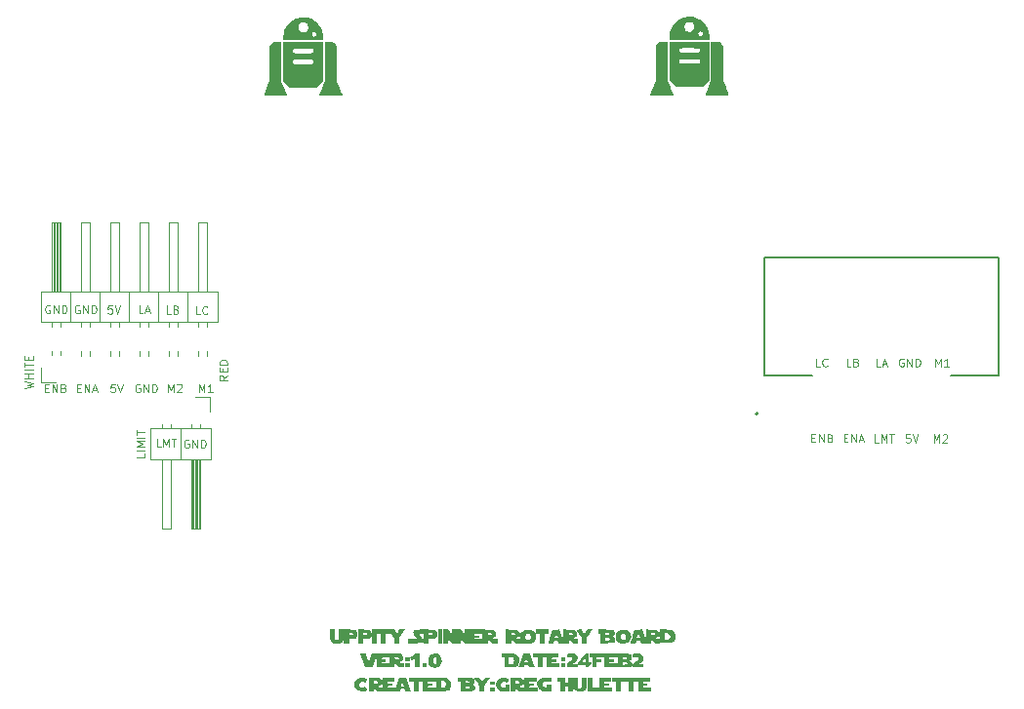
<source format=gbr>
%TF.GenerationSoftware,KiCad,Pcbnew,(6.0.0-0)*%
%TF.CreationDate,2022-03-24T13:46:47-04:00*%
%TF.ProjectId,Rotary,526f7461-7279-42e6-9b69-6361645f7063,rev?*%
%TF.SameCoordinates,Original*%
%TF.FileFunction,Legend,Top*%
%TF.FilePolarity,Positive*%
%FSLAX46Y46*%
G04 Gerber Fmt 4.6, Leading zero omitted, Abs format (unit mm)*
G04 Created by KiCad (PCBNEW (6.0.0-0)) date 2022-03-24 13:46:47*
%MOMM*%
%LPD*%
G01*
G04 APERTURE LIST*
%ADD10C,0.075000*%
%ADD11C,0.120000*%
%ADD12C,0.010000*%
%ADD13C,0.127000*%
%ADD14C,0.200000*%
G04 APERTURE END LIST*
D10*
X113196666Y-94106666D02*
X112863333Y-94106666D01*
X112830000Y-94440000D01*
X112863333Y-94406666D01*
X112930000Y-94373333D01*
X113096666Y-94373333D01*
X113163333Y-94406666D01*
X113196666Y-94440000D01*
X113230000Y-94506666D01*
X113230000Y-94673333D01*
X113196666Y-94740000D01*
X113163333Y-94773333D01*
X113096666Y-94806666D01*
X112930000Y-94806666D01*
X112863333Y-94773333D01*
X112830000Y-94740000D01*
X113430000Y-94106666D02*
X113663333Y-94806666D01*
X113896666Y-94106666D01*
X176673333Y-105600000D02*
X176906666Y-105600000D01*
X177006666Y-105966666D02*
X176673333Y-105966666D01*
X176673333Y-105266666D01*
X177006666Y-105266666D01*
X177306666Y-105966666D02*
X177306666Y-105266666D01*
X177706666Y-105966666D01*
X177706666Y-105266666D01*
X178006666Y-105766666D02*
X178340000Y-105766666D01*
X177940000Y-105966666D02*
X178173333Y-105266666D01*
X178406666Y-105966666D01*
X116036666Y-106923333D02*
X116036666Y-107256666D01*
X115336666Y-107256666D01*
X116036666Y-106690000D02*
X115336666Y-106690000D01*
X116036666Y-106356666D02*
X115336666Y-106356666D01*
X115836666Y-106123333D01*
X115336666Y-105890000D01*
X116036666Y-105890000D01*
X116036666Y-105556666D02*
X115336666Y-105556666D01*
X115336666Y-105323333D02*
X115336666Y-104923333D01*
X116036666Y-105123333D02*
X115336666Y-105123333D01*
X107786666Y-94100000D02*
X107720000Y-94066666D01*
X107620000Y-94066666D01*
X107520000Y-94100000D01*
X107453333Y-94166666D01*
X107420000Y-94233333D01*
X107386666Y-94366666D01*
X107386666Y-94466666D01*
X107420000Y-94600000D01*
X107453333Y-94666666D01*
X107520000Y-94733333D01*
X107620000Y-94766666D01*
X107686666Y-94766666D01*
X107786666Y-94733333D01*
X107820000Y-94700000D01*
X107820000Y-94466666D01*
X107686666Y-94466666D01*
X108120000Y-94766666D02*
X108120000Y-94066666D01*
X108520000Y-94766666D01*
X108520000Y-94066666D01*
X108853333Y-94766666D02*
X108853333Y-94066666D01*
X109020000Y-94066666D01*
X109120000Y-94100000D01*
X109186666Y-94166666D01*
X109220000Y-94233333D01*
X109253333Y-94366666D01*
X109253333Y-94466666D01*
X109220000Y-94600000D01*
X109186666Y-94666666D01*
X109120000Y-94733333D01*
X109020000Y-94766666D01*
X108853333Y-94766666D01*
X123186666Y-100158167D02*
X122853333Y-100391500D01*
X123186666Y-100558167D02*
X122486666Y-100558167D01*
X122486666Y-100291500D01*
X122520000Y-100224833D01*
X122553333Y-100191500D01*
X122620000Y-100158167D01*
X122720000Y-100158167D01*
X122786666Y-100191500D01*
X122820000Y-100224833D01*
X122853333Y-100291500D01*
X122853333Y-100558167D01*
X122820000Y-99858167D02*
X122820000Y-99624833D01*
X123186666Y-99524833D02*
X123186666Y-99858167D01*
X122486666Y-99858167D01*
X122486666Y-99524833D01*
X123186666Y-99224833D02*
X122486666Y-99224833D01*
X122486666Y-99058167D01*
X122520000Y-98958167D01*
X122586666Y-98891500D01*
X122653333Y-98858167D01*
X122786666Y-98824833D01*
X122886666Y-98824833D01*
X123020000Y-98858167D01*
X123086666Y-98891500D01*
X123153333Y-98958167D01*
X123186666Y-99058167D01*
X123186666Y-99224833D01*
X120733333Y-101606666D02*
X120733333Y-100906666D01*
X120966666Y-101406666D01*
X121200000Y-100906666D01*
X121200000Y-101606666D01*
X121900000Y-101606666D02*
X121500000Y-101606666D01*
X121700000Y-101606666D02*
X121700000Y-100906666D01*
X121633333Y-101006666D01*
X121566666Y-101073333D01*
X121500000Y-101106666D01*
X118286666Y-94806666D02*
X117953333Y-94806666D01*
X117953333Y-94106666D01*
X118753333Y-94440000D02*
X118853333Y-94473333D01*
X118886666Y-94506666D01*
X118920000Y-94573333D01*
X118920000Y-94673333D01*
X118886666Y-94740000D01*
X118853333Y-94773333D01*
X118786666Y-94806666D01*
X118520000Y-94806666D01*
X118520000Y-94106666D01*
X118753333Y-94106666D01*
X118820000Y-94140000D01*
X118853333Y-94173333D01*
X118886666Y-94240000D01*
X118886666Y-94306666D01*
X118853333Y-94373333D01*
X118820000Y-94406666D01*
X118753333Y-94440000D01*
X118520000Y-94440000D01*
X182396666Y-105286666D02*
X182063333Y-105286666D01*
X182030000Y-105620000D01*
X182063333Y-105586666D01*
X182130000Y-105553333D01*
X182296666Y-105553333D01*
X182363333Y-105586666D01*
X182396666Y-105620000D01*
X182430000Y-105686666D01*
X182430000Y-105853333D01*
X182396666Y-105920000D01*
X182363333Y-105953333D01*
X182296666Y-105986666D01*
X182130000Y-105986666D01*
X182063333Y-105953333D01*
X182030000Y-105920000D01*
X182630000Y-105286666D02*
X182863333Y-105986666D01*
X183096666Y-105286666D01*
X184473333Y-105976666D02*
X184473333Y-105276666D01*
X184706666Y-105776666D01*
X184940000Y-105276666D01*
X184940000Y-105976666D01*
X185240000Y-105343333D02*
X185273333Y-105310000D01*
X185340000Y-105276666D01*
X185506666Y-105276666D01*
X185573333Y-105310000D01*
X185606666Y-105343333D01*
X185640000Y-105410000D01*
X185640000Y-105476666D01*
X185606666Y-105576666D01*
X185206666Y-105976666D01*
X185640000Y-105976666D01*
X110356666Y-94120000D02*
X110290000Y-94086666D01*
X110190000Y-94086666D01*
X110090000Y-94120000D01*
X110023333Y-94186666D01*
X109990000Y-94253333D01*
X109956666Y-94386666D01*
X109956666Y-94486666D01*
X109990000Y-94620000D01*
X110023333Y-94686666D01*
X110090000Y-94753333D01*
X110190000Y-94786666D01*
X110256666Y-94786666D01*
X110356666Y-94753333D01*
X110390000Y-94720000D01*
X110390000Y-94486666D01*
X110256666Y-94486666D01*
X110690000Y-94786666D02*
X110690000Y-94086666D01*
X111090000Y-94786666D01*
X111090000Y-94086666D01*
X111423333Y-94786666D02*
X111423333Y-94086666D01*
X111590000Y-94086666D01*
X111690000Y-94120000D01*
X111756666Y-94186666D01*
X111790000Y-94253333D01*
X111823333Y-94386666D01*
X111823333Y-94486666D01*
X111790000Y-94620000D01*
X111756666Y-94686666D01*
X111690000Y-94753333D01*
X111590000Y-94786666D01*
X111423333Y-94786666D01*
X120816666Y-94856666D02*
X120483333Y-94856666D01*
X120483333Y-94156666D01*
X121450000Y-94790000D02*
X121416666Y-94823333D01*
X121316666Y-94856666D01*
X121250000Y-94856666D01*
X121150000Y-94823333D01*
X121083333Y-94756666D01*
X121050000Y-94690000D01*
X121016666Y-94556666D01*
X121016666Y-94456666D01*
X121050000Y-94323333D01*
X121083333Y-94256666D01*
X121150000Y-94190000D01*
X121250000Y-94156666D01*
X121316666Y-94156666D01*
X121416666Y-94190000D01*
X121450000Y-94223333D01*
X113436666Y-100906666D02*
X113103333Y-100906666D01*
X113070000Y-101240000D01*
X113103333Y-101206666D01*
X113170000Y-101173333D01*
X113336666Y-101173333D01*
X113403333Y-101206666D01*
X113436666Y-101240000D01*
X113470000Y-101306666D01*
X113470000Y-101473333D01*
X113436666Y-101540000D01*
X113403333Y-101573333D01*
X113336666Y-101606666D01*
X113170000Y-101606666D01*
X113103333Y-101573333D01*
X113070000Y-101540000D01*
X113670000Y-100906666D02*
X113903333Y-101606666D01*
X114136666Y-100906666D01*
X181836666Y-98730000D02*
X181770000Y-98696666D01*
X181670000Y-98696666D01*
X181570000Y-98730000D01*
X181503333Y-98796666D01*
X181470000Y-98863333D01*
X181436666Y-98996666D01*
X181436666Y-99096666D01*
X181470000Y-99230000D01*
X181503333Y-99296666D01*
X181570000Y-99363333D01*
X181670000Y-99396666D01*
X181736666Y-99396666D01*
X181836666Y-99363333D01*
X181870000Y-99330000D01*
X181870000Y-99096666D01*
X181736666Y-99096666D01*
X182170000Y-99396666D02*
X182170000Y-98696666D01*
X182570000Y-99396666D01*
X182570000Y-98696666D01*
X182903333Y-99396666D02*
X182903333Y-98696666D01*
X183070000Y-98696666D01*
X183170000Y-98730000D01*
X183236666Y-98796666D01*
X183270000Y-98863333D01*
X183303333Y-98996666D01*
X183303333Y-99096666D01*
X183270000Y-99230000D01*
X183236666Y-99296666D01*
X183170000Y-99363333D01*
X183070000Y-99396666D01*
X182903333Y-99396666D01*
X184603333Y-99396666D02*
X184603333Y-98696666D01*
X184836666Y-99196666D01*
X185070000Y-98696666D01*
X185070000Y-99396666D01*
X185770000Y-99396666D02*
X185370000Y-99396666D01*
X185570000Y-99396666D02*
X185570000Y-98696666D01*
X185503333Y-98796666D01*
X185436666Y-98863333D01*
X185370000Y-98896666D01*
X110173333Y-101240000D02*
X110406666Y-101240000D01*
X110506666Y-101606666D02*
X110173333Y-101606666D01*
X110173333Y-100906666D01*
X110506666Y-100906666D01*
X110806666Y-101606666D02*
X110806666Y-100906666D01*
X111206666Y-101606666D01*
X111206666Y-100906666D01*
X111506666Y-101406666D02*
X111840000Y-101406666D01*
X111440000Y-101606666D02*
X111673333Y-100906666D01*
X111906666Y-101606666D01*
X179846666Y-99396666D02*
X179513333Y-99396666D01*
X179513333Y-98696666D01*
X180046666Y-99196666D02*
X180380000Y-99196666D01*
X179980000Y-99396666D02*
X180213333Y-98696666D01*
X180446666Y-99396666D01*
X115876666Y-94786666D02*
X115543333Y-94786666D01*
X115543333Y-94086666D01*
X116076666Y-94586666D02*
X116410000Y-94586666D01*
X116010000Y-94786666D02*
X116243333Y-94086666D01*
X116476666Y-94786666D01*
X105626666Y-101286666D02*
X106326666Y-101120000D01*
X105826666Y-100986666D01*
X106326666Y-100853333D01*
X105626666Y-100686666D01*
X106326666Y-100420000D02*
X105626666Y-100420000D01*
X105960000Y-100420000D02*
X105960000Y-100020000D01*
X106326666Y-100020000D02*
X105626666Y-100020000D01*
X106326666Y-99686666D02*
X105626666Y-99686666D01*
X105626666Y-99453333D02*
X105626666Y-99053333D01*
X106326666Y-99253333D02*
X105626666Y-99253333D01*
X105960000Y-98820000D02*
X105960000Y-98586666D01*
X106326666Y-98486666D02*
X106326666Y-98820000D01*
X105626666Y-98820000D01*
X105626666Y-98486666D01*
X117410000Y-106366666D02*
X117076666Y-106366666D01*
X117076666Y-105666666D01*
X117643333Y-106366666D02*
X117643333Y-105666666D01*
X117876666Y-106166666D01*
X118110000Y-105666666D01*
X118110000Y-106366666D01*
X118343333Y-105666666D02*
X118743333Y-105666666D01*
X118543333Y-106366666D02*
X118543333Y-105666666D01*
X174596666Y-99396666D02*
X174263333Y-99396666D01*
X174263333Y-98696666D01*
X175230000Y-99330000D02*
X175196666Y-99363333D01*
X175096666Y-99396666D01*
X175030000Y-99396666D01*
X174930000Y-99363333D01*
X174863333Y-99296666D01*
X174830000Y-99230000D01*
X174796666Y-99096666D01*
X174796666Y-98996666D01*
X174830000Y-98863333D01*
X174863333Y-98796666D01*
X174930000Y-98730000D01*
X175030000Y-98696666D01*
X175096666Y-98696666D01*
X175196666Y-98730000D01*
X175230000Y-98763333D01*
X115616666Y-100940000D02*
X115550000Y-100906666D01*
X115450000Y-100906666D01*
X115350000Y-100940000D01*
X115283333Y-101006666D01*
X115250000Y-101073333D01*
X115216666Y-101206666D01*
X115216666Y-101306666D01*
X115250000Y-101440000D01*
X115283333Y-101506666D01*
X115350000Y-101573333D01*
X115450000Y-101606666D01*
X115516666Y-101606666D01*
X115616666Y-101573333D01*
X115650000Y-101540000D01*
X115650000Y-101306666D01*
X115516666Y-101306666D01*
X115950000Y-101606666D02*
X115950000Y-100906666D01*
X116350000Y-101606666D01*
X116350000Y-100906666D01*
X116683333Y-101606666D02*
X116683333Y-100906666D01*
X116850000Y-100906666D01*
X116950000Y-100940000D01*
X117016666Y-101006666D01*
X117050000Y-101073333D01*
X117083333Y-101206666D01*
X117083333Y-101306666D01*
X117050000Y-101440000D01*
X117016666Y-101506666D01*
X116950000Y-101573333D01*
X116850000Y-101606666D01*
X116683333Y-101606666D01*
X179680000Y-105976666D02*
X179346666Y-105976666D01*
X179346666Y-105276666D01*
X179913333Y-105976666D02*
X179913333Y-105276666D01*
X180146666Y-105776666D01*
X180380000Y-105276666D01*
X180380000Y-105976666D01*
X180613333Y-105276666D02*
X181013333Y-105276666D01*
X180813333Y-105976666D02*
X180813333Y-105276666D01*
X119836666Y-105770000D02*
X119770000Y-105736666D01*
X119670000Y-105736666D01*
X119570000Y-105770000D01*
X119503333Y-105836666D01*
X119470000Y-105903333D01*
X119436666Y-106036666D01*
X119436666Y-106136666D01*
X119470000Y-106270000D01*
X119503333Y-106336666D01*
X119570000Y-106403333D01*
X119670000Y-106436666D01*
X119736666Y-106436666D01*
X119836666Y-106403333D01*
X119870000Y-106370000D01*
X119870000Y-106136666D01*
X119736666Y-106136666D01*
X120170000Y-106436666D02*
X120170000Y-105736666D01*
X120570000Y-106436666D01*
X120570000Y-105736666D01*
X120903333Y-106436666D02*
X120903333Y-105736666D01*
X121070000Y-105736666D01*
X121170000Y-105770000D01*
X121236666Y-105836666D01*
X121270000Y-105903333D01*
X121303333Y-106036666D01*
X121303333Y-106136666D01*
X121270000Y-106270000D01*
X121236666Y-106336666D01*
X121170000Y-106403333D01*
X121070000Y-106436666D01*
X120903333Y-106436666D01*
X173873333Y-105600000D02*
X174106666Y-105600000D01*
X174206666Y-105966666D02*
X173873333Y-105966666D01*
X173873333Y-105266666D01*
X174206666Y-105266666D01*
X174506666Y-105966666D02*
X174506666Y-105266666D01*
X174906666Y-105966666D01*
X174906666Y-105266666D01*
X175473333Y-105600000D02*
X175573333Y-105633333D01*
X175606666Y-105666666D01*
X175640000Y-105733333D01*
X175640000Y-105833333D01*
X175606666Y-105900000D01*
X175573333Y-105933333D01*
X175506666Y-105966666D01*
X175240000Y-105966666D01*
X175240000Y-105266666D01*
X175473333Y-105266666D01*
X175540000Y-105300000D01*
X175573333Y-105333333D01*
X175606666Y-105400000D01*
X175606666Y-105466666D01*
X175573333Y-105533333D01*
X175540000Y-105566666D01*
X175473333Y-105600000D01*
X175240000Y-105600000D01*
X118073333Y-101606666D02*
X118073333Y-100906666D01*
X118306666Y-101406666D01*
X118540000Y-100906666D01*
X118540000Y-101606666D01*
X118840000Y-100973333D02*
X118873333Y-100940000D01*
X118940000Y-100906666D01*
X119106666Y-100906666D01*
X119173333Y-100940000D01*
X119206666Y-100973333D01*
X119240000Y-101040000D01*
X119240000Y-101106666D01*
X119206666Y-101206666D01*
X118806666Y-101606666D01*
X119240000Y-101606666D01*
X107373333Y-101240000D02*
X107606666Y-101240000D01*
X107706666Y-101606666D02*
X107373333Y-101606666D01*
X107373333Y-100906666D01*
X107706666Y-100906666D01*
X108006666Y-101606666D02*
X108006666Y-100906666D01*
X108406666Y-101606666D01*
X108406666Y-100906666D01*
X108973333Y-101240000D02*
X109073333Y-101273333D01*
X109106666Y-101306666D01*
X109140000Y-101373333D01*
X109140000Y-101473333D01*
X109106666Y-101540000D01*
X109073333Y-101573333D01*
X109006666Y-101606666D01*
X108740000Y-101606666D01*
X108740000Y-100906666D01*
X108973333Y-100906666D01*
X109040000Y-100940000D01*
X109073333Y-100973333D01*
X109106666Y-101040000D01*
X109106666Y-101106666D01*
X109073333Y-101173333D01*
X109040000Y-101206666D01*
X108973333Y-101240000D01*
X108740000Y-101240000D01*
X177256666Y-99396666D02*
X176923333Y-99396666D01*
X176923333Y-98696666D01*
X177723333Y-99030000D02*
X177823333Y-99063333D01*
X177856666Y-99096666D01*
X177890000Y-99163333D01*
X177890000Y-99263333D01*
X177856666Y-99330000D01*
X177823333Y-99363333D01*
X177756666Y-99396666D01*
X177490000Y-99396666D01*
X177490000Y-98696666D01*
X177723333Y-98696666D01*
X177790000Y-98730000D01*
X177823333Y-98763333D01*
X177856666Y-98830000D01*
X177856666Y-98896666D01*
X177823333Y-98963333D01*
X177790000Y-98996666D01*
X177723333Y-99030000D01*
X177490000Y-99030000D01*
%TO.C,G\u002A\u002A\u002A*%
G36*
X146401962Y-127053417D02*
G01*
X146016139Y-127053417D01*
X146016139Y-126731898D01*
X146401962Y-126731898D01*
X146401962Y-127053417D01*
G37*
G36*
X139007026Y-125510126D02*
G01*
X138621203Y-125510126D01*
X138621203Y-125188607D01*
X139007026Y-125188607D01*
X139007026Y-125510126D01*
G37*
G36*
X158812595Y-126764050D02*
G01*
X158458924Y-126764050D01*
X158458924Y-127600000D01*
X158040950Y-127600000D01*
X158040950Y-126764050D01*
X157333608Y-126764050D01*
X157333608Y-127600000D01*
X156915633Y-127600000D01*
X156915633Y-126764050D01*
X156529810Y-126764050D01*
X156529810Y-126410380D01*
X158812595Y-126410380D01*
X158812595Y-126764050D01*
G37*
G36*
X141836393Y-123420253D02*
G01*
X141450570Y-123420253D01*
X141450570Y-122230633D01*
X141836393Y-122230633D01*
X141836393Y-123420253D01*
G37*
G36*
X152478671Y-126828354D02*
G01*
X152768038Y-126828354D01*
X152768038Y-126410380D01*
X153602173Y-126410380D01*
X153611118Y-126849833D01*
X153620064Y-127289286D01*
X153709511Y-127319058D01*
X153802140Y-127330110D01*
X153878309Y-127296838D01*
X153910721Y-127273142D01*
X153932835Y-127244378D01*
X153946619Y-127198917D01*
X153954039Y-127125127D01*
X153957063Y-127011378D01*
X153957657Y-126846039D01*
X153957658Y-126827613D01*
X153957658Y-126410380D01*
X154380493Y-126410380D01*
X154370025Y-126858278D01*
X154363468Y-127057906D01*
X154351774Y-127205621D01*
X154330800Y-127313806D01*
X154296406Y-127394843D01*
X154244448Y-127461115D01*
X154170786Y-127525006D01*
X154138914Y-127549243D01*
X154026929Y-127600943D01*
X153877656Y-127627352D01*
X153713098Y-127628070D01*
X153555258Y-127602699D01*
X153445607Y-127561800D01*
X153323380Y-127475089D01*
X153244658Y-127375438D01*
X153186013Y-127263408D01*
X153186013Y-127600000D01*
X152768038Y-127600000D01*
X152768038Y-127182025D01*
X152478671Y-127182025D01*
X152478671Y-127600000D01*
X152092848Y-127600000D01*
X152092848Y-126764050D01*
X151835633Y-126764050D01*
X151835633Y-126410380D01*
X152478671Y-126410380D01*
X152478671Y-126828354D01*
G37*
G36*
X140716166Y-124558183D02*
G01*
X140835441Y-124430662D01*
X140993578Y-124349797D01*
X141185471Y-124321038D01*
X141186349Y-124321035D01*
X141390180Y-124345488D01*
X141553724Y-124419523D01*
X141675587Y-124542069D01*
X141754371Y-124712052D01*
X141768546Y-124768120D01*
X141787356Y-124984330D01*
X141748382Y-125178851D01*
X141653443Y-125346279D01*
X141535973Y-125458919D01*
X141422018Y-125511630D01*
X141273199Y-125537070D01*
X141113097Y-125534789D01*
X140965291Y-125504338D01*
X140890324Y-125471207D01*
X140755967Y-125356896D01*
X140663669Y-125199827D01*
X140618431Y-125009795D01*
X140614620Y-124931392D01*
X140624207Y-124856680D01*
X141059852Y-124856680D01*
X141063450Y-124984053D01*
X141084601Y-125106080D01*
X141120932Y-125206943D01*
X141170072Y-125270822D01*
X141210123Y-125285063D01*
X141260205Y-125259620D01*
X141288679Y-125222873D01*
X141305401Y-125160380D01*
X141317351Y-125056096D01*
X141321962Y-124932492D01*
X141321962Y-124931392D01*
X141312575Y-124765177D01*
X141286092Y-124648478D01*
X141245032Y-124584728D01*
X141191912Y-124577355D01*
X141129252Y-124629792D01*
X141114798Y-124649179D01*
X141076177Y-124739782D01*
X141059852Y-124856680D01*
X140624207Y-124856680D01*
X140640858Y-124726909D01*
X140716166Y-124558183D01*
G37*
G36*
X159937912Y-123420253D02*
G01*
X159071649Y-123420253D01*
X159044572Y-123315759D01*
X159025347Y-123255494D01*
X158995765Y-123224436D01*
X158937257Y-123212918D01*
X158843907Y-123211266D01*
X158743093Y-123213515D01*
X158687709Y-123226720D01*
X158658895Y-123260561D01*
X158640350Y-123315759D01*
X158610382Y-123420253D01*
X158389969Y-123420253D01*
X158280323Y-123416943D01*
X158201394Y-123408247D01*
X158169615Y-123396014D01*
X158169557Y-123395442D01*
X158179292Y-123358407D01*
X158206352Y-123270504D01*
X158247520Y-123141795D01*
X158299577Y-122982346D01*
X158303628Y-122970126D01*
X158686177Y-122970126D01*
X158999682Y-122970126D01*
X158931766Y-122761233D01*
X158895510Y-122661088D01*
X158864214Y-122594729D01*
X158844321Y-122575668D01*
X158843600Y-122576360D01*
X158822354Y-122617420D01*
X158787729Y-122699670D01*
X158754763Y-122785253D01*
X158686177Y-122970126D01*
X158303628Y-122970126D01*
X158357153Y-122808669D01*
X158544749Y-122246709D01*
X158847892Y-122237598D01*
X159151035Y-122228488D01*
X159482347Y-123211266D01*
X159485639Y-122614775D01*
X159937912Y-122614775D01*
X159940692Y-122670628D01*
X159959522Y-122699850D01*
X160010137Y-122711068D01*
X160108272Y-122712910D01*
X160116883Y-122712911D01*
X160218544Y-122711371D01*
X160270720Y-122701577D01*
X160288224Y-122675768D01*
X160285874Y-122626185D01*
X160285680Y-122624493D01*
X160274529Y-122572535D01*
X160245100Y-122544721D01*
X160180245Y-122531650D01*
X160106709Y-122526357D01*
X159937912Y-122516639D01*
X159937912Y-122614775D01*
X159485639Y-122614775D01*
X159486181Y-122516639D01*
X159487785Y-122226000D01*
X159969535Y-122236354D01*
X160451285Y-122246709D01*
X160553165Y-122348678D01*
X160621412Y-122430886D01*
X160651730Y-122516347D01*
X160658187Y-122600475D01*
X160653614Y-122701874D01*
X160625813Y-122771058D01*
X160561705Y-122839310D01*
X160556328Y-122844139D01*
X160481197Y-122902109D01*
X160418558Y-122935091D01*
X160403607Y-122937974D01*
X160361100Y-122952041D01*
X160355886Y-122963696D01*
X160385540Y-123019509D01*
X160468794Y-123055053D01*
X160587380Y-123066582D01*
X160741709Y-123066582D01*
X160741709Y-122230633D01*
X161199874Y-122231162D01*
X161384727Y-122232248D01*
X161518191Y-122236077D01*
X161613170Y-122244249D01*
X161682569Y-122258361D01*
X161739290Y-122280014D01*
X161783623Y-122303503D01*
X161912648Y-122394080D01*
X161994322Y-122498750D01*
X162038435Y-122634477D01*
X162052932Y-122770205D01*
X162054687Y-122905854D01*
X162039969Y-123006621D01*
X162003769Y-123100899D01*
X161989621Y-123129004D01*
X161944283Y-123212527D01*
X161900209Y-123277184D01*
X161848759Y-123325524D01*
X161781289Y-123360097D01*
X161689156Y-123383451D01*
X161563718Y-123398138D01*
X161396333Y-123406705D01*
X161178357Y-123411703D01*
X161023506Y-123413996D01*
X160313123Y-123423816D01*
X160125517Y-123238167D01*
X160017105Y-123130886D01*
X161159684Y-123130886D01*
X161304367Y-123130886D01*
X161430763Y-123115473D01*
X161511561Y-123068375D01*
X161573918Y-122966204D01*
X161600371Y-122835937D01*
X161586266Y-122705684D01*
X161576316Y-122677519D01*
X161509904Y-122584735D01*
X161401442Y-122533414D01*
X161270122Y-122520000D01*
X161159684Y-122520000D01*
X161159684Y-123130886D01*
X160017105Y-123130886D01*
X159937912Y-123052519D01*
X159937912Y-123420253D01*
G37*
G36*
X154634390Y-122606023D02*
G01*
X154375633Y-122981413D01*
X154375633Y-123420253D01*
X153957658Y-123420253D01*
X153957658Y-122963142D01*
X153716519Y-122614386D01*
X153627095Y-122483797D01*
X153552677Y-122372734D01*
X153500083Y-122291551D01*
X153476133Y-122250605D01*
X153475380Y-122248131D01*
X153504863Y-122239693D01*
X153582656Y-122233617D01*
X153692776Y-122231072D01*
X153708481Y-122231062D01*
X153941582Y-122231491D01*
X154056801Y-122409101D01*
X154172019Y-122586711D01*
X154290230Y-122408672D01*
X154408442Y-122230633D01*
X154893146Y-122230633D01*
X154634390Y-122606023D01*
G37*
G36*
X156322420Y-124320506D02*
G01*
X156716266Y-124320519D01*
X157050842Y-124320922D01*
X157331179Y-124322259D01*
X157562309Y-124325072D01*
X157749265Y-124329907D01*
X157897080Y-124337308D01*
X158010786Y-124347818D01*
X158095415Y-124361981D01*
X158155999Y-124380341D01*
X158197572Y-124403443D01*
X158225165Y-124431830D01*
X158243811Y-124466047D01*
X158258542Y-124506636D01*
X158266392Y-124530642D01*
X158289382Y-124669466D01*
X158255591Y-124779909D01*
X158163733Y-124866072D01*
X158160656Y-124867966D01*
X158100902Y-124910140D01*
X158098798Y-124929454D01*
X158114753Y-124931272D01*
X158203002Y-124960219D01*
X158272736Y-125034893D01*
X158316282Y-125137640D01*
X158325968Y-125250804D01*
X158297212Y-125351148D01*
X158272313Y-125392030D01*
X158241445Y-125425249D01*
X158198140Y-125451598D01*
X158135926Y-125471867D01*
X158048335Y-125486847D01*
X157928898Y-125497331D01*
X157771144Y-125504109D01*
X157568604Y-125507974D01*
X157314808Y-125509716D01*
X157003288Y-125510126D01*
X155918924Y-125510126D01*
X155918924Y-125172531D01*
X157462215Y-125172531D01*
X157465213Y-125241322D01*
X157485790Y-125274139D01*
X157541320Y-125284299D01*
X157609013Y-125285063D01*
X157713047Y-125277909D01*
X157798169Y-125259971D01*
X157818000Y-125251780D01*
X157870891Y-125197836D01*
X157873720Y-125135355D01*
X157827859Y-125087518D01*
X157807848Y-125080265D01*
X157729093Y-125067691D01*
X157624566Y-125060833D01*
X157598861Y-125060439D01*
X157513200Y-125062999D01*
X157473834Y-125081260D01*
X157462765Y-125129989D01*
X157462215Y-125172531D01*
X155918924Y-125172531D01*
X155918924Y-125092152D01*
X156336899Y-125092152D01*
X156340969Y-125120294D01*
X156360589Y-125138766D01*
X156406876Y-125149590D01*
X156490946Y-125154786D01*
X156623914Y-125156376D01*
X156690570Y-125156455D01*
X157044241Y-125156455D01*
X157044241Y-124806145D01*
X157462215Y-124806145D01*
X157631013Y-124796427D01*
X157729556Y-124788117D01*
X157779819Y-124772230D01*
X157797822Y-124740215D01*
X157799810Y-124706329D01*
X157794274Y-124659085D01*
X157766988Y-124633579D01*
X157701933Y-124621261D01*
X157631013Y-124616231D01*
X157462215Y-124606513D01*
X157462215Y-124806145D01*
X157044241Y-124806145D01*
X157044241Y-124674177D01*
X156336899Y-124674177D01*
X156336899Y-124754557D01*
X156340984Y-124799104D01*
X156363304Y-124823155D01*
X156418959Y-124833002D01*
X156523049Y-124834935D01*
X156529810Y-124834936D01*
X156722722Y-124834936D01*
X156722722Y-125027848D01*
X156529810Y-125027848D01*
X156422065Y-125030194D01*
X156363846Y-125040501D01*
X156340445Y-125063670D01*
X156336899Y-125092152D01*
X155918924Y-125092152D01*
X155918924Y-124674177D01*
X155243734Y-124674177D01*
X155243734Y-124754557D01*
X155247819Y-124799104D01*
X155270139Y-124823155D01*
X155325794Y-124833002D01*
X155429884Y-124834935D01*
X155436646Y-124834936D01*
X155629557Y-124834936D01*
X155629557Y-125027848D01*
X155243734Y-125027848D01*
X155243734Y-125510126D01*
X154825760Y-125510126D01*
X154825760Y-124674177D01*
X154600696Y-124674177D01*
X154600696Y-124320506D01*
X156322420Y-124320506D01*
G37*
G36*
X143799255Y-126410380D02*
G01*
X144042783Y-126411687D01*
X144230314Y-126417000D01*
X144370129Y-126428402D01*
X144470504Y-126447978D01*
X144539720Y-126477811D01*
X144586056Y-126519985D01*
X144617790Y-126576585D01*
X144633987Y-126620515D01*
X144656977Y-126759340D01*
X144623186Y-126869782D01*
X144531328Y-126955945D01*
X144528251Y-126957839D01*
X144468497Y-127000013D01*
X144466393Y-127019327D01*
X144482348Y-127021145D01*
X144561235Y-127049398D01*
X144634740Y-127119906D01*
X144685394Y-127211763D01*
X144697912Y-127279133D01*
X144689766Y-127381464D01*
X144660619Y-127460056D01*
X144603402Y-127517852D01*
X144511050Y-127557797D01*
X144376494Y-127582836D01*
X144192668Y-127595914D01*
X143952504Y-127599976D01*
X143927863Y-127600000D01*
X143411836Y-127600000D01*
X143411836Y-127262405D01*
X143829810Y-127262405D01*
X143832808Y-127331196D01*
X143853385Y-127364012D01*
X143908915Y-127374172D01*
X143976608Y-127374936D01*
X144080641Y-127367782D01*
X144165764Y-127349844D01*
X144185595Y-127341653D01*
X144238486Y-127287710D01*
X144241315Y-127225229D01*
X144195454Y-127177392D01*
X144175443Y-127170138D01*
X144096688Y-127157565D01*
X143992161Y-127150706D01*
X143966456Y-127150312D01*
X143880795Y-127152872D01*
X143841429Y-127171133D01*
X143830360Y-127219863D01*
X143829810Y-127262405D01*
X143411836Y-127262405D01*
X143411836Y-126896018D01*
X143829810Y-126896018D01*
X143998608Y-126886300D01*
X144097150Y-126877991D01*
X144147414Y-126862103D01*
X144165417Y-126830088D01*
X144167405Y-126796202D01*
X144161869Y-126748958D01*
X144134583Y-126723452D01*
X144069528Y-126711134D01*
X143998608Y-126706104D01*
X143829810Y-126696386D01*
X143829810Y-126896018D01*
X143411836Y-126896018D01*
X143411836Y-126764050D01*
X143186772Y-126764050D01*
X143186772Y-126410380D01*
X143799255Y-126410380D01*
G37*
G36*
X132519473Y-122670086D02*
G01*
X132528418Y-123109539D01*
X132617866Y-123139311D01*
X132710495Y-123150364D01*
X132786663Y-123117091D01*
X132819075Y-123093395D01*
X132841189Y-123064631D01*
X132854973Y-123019170D01*
X132862394Y-122945380D01*
X132865418Y-122831631D01*
X132866011Y-122666293D01*
X132866013Y-122647866D01*
X132866013Y-122230633D01*
X133288848Y-122230633D01*
X133278380Y-122678531D01*
X133271823Y-122878159D01*
X133260128Y-123025875D01*
X133239155Y-123134059D01*
X133204760Y-123215096D01*
X133152803Y-123281369D01*
X133079141Y-123345259D01*
X133047268Y-123369496D01*
X132935283Y-123421197D01*
X132786011Y-123447605D01*
X132621453Y-123448323D01*
X132463612Y-123422952D01*
X132353961Y-123382053D01*
X132259471Y-123324845D01*
X132190629Y-123259485D01*
X132143571Y-123175181D01*
X132114434Y-123061143D01*
X132099352Y-122906581D01*
X132094463Y-122700704D01*
X132094367Y-122657147D01*
X132094367Y-122230633D01*
X132510527Y-122230633D01*
X132519473Y-122670086D01*
G37*
G36*
X134975141Y-122230633D02*
G01*
X135195696Y-122234032D01*
X135361902Y-122246148D01*
X135483447Y-122269857D01*
X135570018Y-122308034D01*
X135631305Y-122363555D01*
X135676820Y-122438926D01*
X135725988Y-122597504D01*
X135713582Y-122740644D01*
X135638935Y-122873532D01*
X135617806Y-122897891D01*
X135560226Y-122957447D01*
X135509390Y-122993845D01*
X135446434Y-123013798D01*
X135352493Y-123024015D01*
X135248059Y-123029431D01*
X134988038Y-123041239D01*
X134988038Y-123420253D01*
X134537912Y-123420253D01*
X134537912Y-122748424D01*
X134988038Y-122748424D01*
X135156836Y-122738705D01*
X135255006Y-122730956D01*
X135305086Y-122715624D01*
X135323237Y-122682543D01*
X135325633Y-122632531D01*
X135321963Y-122576223D01*
X135300177Y-122546351D01*
X135244114Y-122532751D01*
X135156836Y-122526357D01*
X134988038Y-122516639D01*
X134988038Y-122748424D01*
X134537912Y-122748424D01*
X134537912Y-122230633D01*
X134975141Y-122230633D01*
G37*
G36*
X153735041Y-124908880D02*
G01*
X153818147Y-124809836D01*
X153937883Y-124674428D01*
X153945288Y-124666139D01*
X154254156Y-124320506D01*
X154568545Y-124320506D01*
X154568545Y-125027848D01*
X154665000Y-125027848D01*
X154726848Y-125032926D01*
X154754342Y-125060448D01*
X154761304Y-125128840D01*
X154761456Y-125156455D01*
X154757647Y-125238920D01*
X154737006Y-125275578D01*
X154685712Y-125284860D01*
X154665000Y-125285063D01*
X154600195Y-125291336D01*
X154573615Y-125323155D01*
X154568545Y-125397595D01*
X154568545Y-125510126D01*
X154247026Y-125510126D01*
X154247026Y-125285063D01*
X153636139Y-125285063D01*
X153636279Y-125148417D01*
X153639184Y-125091328D01*
X153652192Y-125039275D01*
X153670618Y-125003734D01*
X153991129Y-125003734D01*
X154018785Y-125018824D01*
X154089487Y-125027227D01*
X154118418Y-125027848D01*
X154247026Y-125027848D01*
X154247026Y-124698059D01*
X154119737Y-124838839D01*
X154051250Y-124918144D01*
X154004514Y-124979054D01*
X153991129Y-125003734D01*
X153670618Y-125003734D01*
X153681933Y-124981909D01*
X153735041Y-124908880D01*
G37*
G36*
X140132342Y-126764050D02*
G01*
X139778671Y-126764050D01*
X139778671Y-127600000D01*
X139360696Y-127600000D01*
X139360696Y-126764050D01*
X138974874Y-126764050D01*
X138974874Y-126410380D01*
X140132342Y-126410380D01*
X140132342Y-126764050D01*
G37*
G36*
X135075668Y-126425732D02*
G01*
X135221347Y-126467961D01*
X135322599Y-126533100D01*
X135333411Y-126545026D01*
X135350239Y-126582635D01*
X135333721Y-126630265D01*
X135277618Y-126703799D01*
X135265492Y-126717942D01*
X135199060Y-126790381D01*
X135153108Y-126821002D01*
X135108162Y-126818373D01*
X135071327Y-126803378D01*
X134929253Y-126762771D01*
X134803232Y-126771149D01*
X134704104Y-126823580D01*
X134642707Y-126915132D01*
X134627937Y-127005190D01*
X134654426Y-127122520D01*
X134726668Y-127204382D01*
X134833826Y-127245842D01*
X134965059Y-127241968D01*
X135071327Y-127207001D01*
X135125723Y-127187728D01*
X135168778Y-127196272D01*
X135219965Y-127241202D01*
X135265492Y-127292437D01*
X135328025Y-127371188D01*
X135350044Y-127421670D01*
X135337788Y-127459765D01*
X135333411Y-127465353D01*
X135240884Y-127533135D01*
X135105956Y-127577989D01*
X134946963Y-127598107D01*
X134782241Y-127591681D01*
X134630126Y-127556903D01*
X134586139Y-127539044D01*
X134417676Y-127433126D01*
X134301423Y-127302178D01*
X134234919Y-127155024D01*
X134215704Y-127000491D01*
X134241316Y-126847400D01*
X134309296Y-126704579D01*
X134417183Y-126580850D01*
X134562516Y-126485040D01*
X134742835Y-126425971D01*
X134900653Y-126411086D01*
X135075668Y-126425732D01*
G37*
G36*
X148834876Y-124336582D02*
G01*
X149137776Y-124327475D01*
X149440677Y-124318367D01*
X149638668Y-124914247D01*
X149836659Y-125510126D01*
X149361775Y-125510126D01*
X149334698Y-125405633D01*
X149315473Y-125345367D01*
X149285891Y-125314310D01*
X149227383Y-125302791D01*
X149134033Y-125301139D01*
X149033219Y-125303389D01*
X148977836Y-125316593D01*
X148949021Y-125350434D01*
X148930477Y-125405633D01*
X148900508Y-125510126D01*
X148680096Y-125510126D01*
X148570449Y-125506816D01*
X148491520Y-125498120D01*
X148459742Y-125485887D01*
X148459684Y-125485315D01*
X148469419Y-125448281D01*
X148496479Y-125360377D01*
X148537647Y-125231668D01*
X148589704Y-125072220D01*
X148593755Y-125060000D01*
X148976304Y-125060000D01*
X149289808Y-125060000D01*
X149221892Y-124851107D01*
X149185636Y-124750962D01*
X149154340Y-124684603D01*
X149134447Y-124665541D01*
X149133726Y-124666233D01*
X149112480Y-124707294D01*
X149077855Y-124789544D01*
X149044890Y-124875126D01*
X148976304Y-125060000D01*
X148593755Y-125060000D01*
X148647280Y-124898543D01*
X148834876Y-124336582D01*
G37*
G36*
X146401962Y-127600000D02*
G01*
X146016139Y-127600000D01*
X146016139Y-127278481D01*
X146401962Y-127278481D01*
X146401962Y-127600000D01*
G37*
G36*
X133753369Y-122230633D02*
G01*
X133973924Y-122234032D01*
X134140130Y-122246148D01*
X134261674Y-122269857D01*
X134348246Y-122308034D01*
X134409533Y-122363555D01*
X134455047Y-122438926D01*
X134504215Y-122597504D01*
X134491810Y-122740644D01*
X134417163Y-122873532D01*
X134396034Y-122897891D01*
X134338454Y-122957447D01*
X134287618Y-122993845D01*
X134224662Y-123013798D01*
X134130721Y-123024015D01*
X134026287Y-123029431D01*
X133766266Y-123041239D01*
X133766266Y-123420253D01*
X133316139Y-123420253D01*
X133316139Y-122748424D01*
X133766266Y-122748424D01*
X133935064Y-122738705D01*
X134033234Y-122730956D01*
X134083314Y-122715624D01*
X134101465Y-122682543D01*
X134103861Y-122632531D01*
X134100190Y-122576223D01*
X134078405Y-122546351D01*
X134022342Y-122532751D01*
X133935064Y-122526357D01*
X133766266Y-122516639D01*
X133766266Y-122748424D01*
X133316139Y-122748424D01*
X133316139Y-122230633D01*
X133753369Y-122230633D01*
G37*
G36*
X151096139Y-122584304D02*
G01*
X150742469Y-122584304D01*
X150742469Y-123420253D01*
X150324494Y-123420253D01*
X150324494Y-122584304D01*
X149938671Y-122584304D01*
X149938671Y-122230633D01*
X151096139Y-122230633D01*
X151096139Y-122584304D01*
G37*
G36*
X147357693Y-126425732D02*
G01*
X147503373Y-126467961D01*
X147604625Y-126533100D01*
X147615437Y-126545026D01*
X147632265Y-126582635D01*
X147615746Y-126630265D01*
X147559644Y-126703799D01*
X147547517Y-126717942D01*
X147481086Y-126790381D01*
X147435133Y-126821002D01*
X147390188Y-126818373D01*
X147353353Y-126803378D01*
X147216151Y-126765970D01*
X147089152Y-126777006D01*
X146989816Y-126834816D01*
X146986301Y-126838464D01*
X146935849Y-126925889D01*
X146916513Y-127030706D01*
X146932887Y-127122629D01*
X146940999Y-127137022D01*
X147012025Y-127196599D01*
X147118897Y-127236419D01*
X147203646Y-127246329D01*
X147269840Y-127240261D01*
X147296991Y-127209030D01*
X147302215Y-127133797D01*
X147302215Y-127021266D01*
X147688038Y-127021266D01*
X147688038Y-127600000D01*
X147326329Y-127599294D01*
X147146003Y-127596235D01*
X147014637Y-127586647D01*
X146917061Y-127568680D01*
X146838101Y-127540484D01*
X146836013Y-127539531D01*
X146703047Y-127461670D01*
X146610818Y-127360648D01*
X146547872Y-127238147D01*
X146501341Y-127054207D01*
X146513170Y-126879398D01*
X146577432Y-126721445D01*
X146688197Y-126588071D01*
X146839537Y-126486999D01*
X147025526Y-126425953D01*
X147182678Y-126411086D01*
X147357693Y-126425732D01*
G37*
G36*
X140568731Y-122231429D02*
G01*
X140790283Y-122234775D01*
X140962400Y-122242109D01*
X141092511Y-122254865D01*
X141188046Y-122274480D01*
X141256434Y-122302391D01*
X141305106Y-122340033D01*
X141341489Y-122388845D01*
X141367706Y-122438926D01*
X141416874Y-122597504D01*
X141404468Y-122740644D01*
X141329821Y-122873532D01*
X141308692Y-122897891D01*
X141251112Y-122957447D01*
X141200276Y-122993845D01*
X141137320Y-123013798D01*
X141043379Y-123024015D01*
X140938945Y-123029431D01*
X140678924Y-123041239D01*
X140678924Y-123420253D01*
X140228798Y-123420253D01*
X140228798Y-122748424D01*
X140678924Y-122748424D01*
X140847722Y-122738705D01*
X140945892Y-122730956D01*
X140995972Y-122715624D01*
X141014123Y-122682543D01*
X141016519Y-122632531D01*
X141012849Y-122576223D01*
X140991063Y-122546351D01*
X140935000Y-122532751D01*
X140847722Y-122526357D01*
X140678924Y-122516639D01*
X140678924Y-122748424D01*
X140228798Y-122748424D01*
X140228798Y-122584304D01*
X140057321Y-122584304D01*
X139957504Y-122587843D01*
X139886210Y-122596924D01*
X139865465Y-122604683D01*
X139874052Y-122637404D01*
X139916930Y-122701889D01*
X139972737Y-122770082D01*
X140088793Y-122930177D01*
X140147535Y-123079800D01*
X140147457Y-123214454D01*
X140134759Y-123253658D01*
X140105258Y-123309934D01*
X140063873Y-123352076D01*
X140001748Y-123382069D01*
X139910026Y-123401897D01*
X139779850Y-123413546D01*
X139602362Y-123419000D01*
X139391335Y-123420253D01*
X138846266Y-123420253D01*
X138846266Y-123066582D01*
X139214115Y-123066582D01*
X139389635Y-123063492D01*
X139516931Y-123054603D01*
X139589648Y-123040488D01*
X139603629Y-123031528D01*
X139595745Y-122990323D01*
X139551819Y-122923447D01*
X139512873Y-122878806D01*
X139412702Y-122762979D01*
X139355469Y-122663341D01*
X139331311Y-122559382D01*
X139329458Y-122516639D01*
X139328545Y-122495566D01*
X139347383Y-122379401D01*
X139402959Y-122300541D01*
X139427977Y-122279085D01*
X139457067Y-122262536D01*
X139498309Y-122250259D01*
X139559785Y-122241617D01*
X139649576Y-122235972D01*
X139775763Y-122232689D01*
X139946428Y-122231130D01*
X140169653Y-122230659D01*
X140290315Y-122230633D01*
X140568731Y-122231429D01*
G37*
G36*
X151289051Y-126764050D02*
G01*
X151039661Y-126764050D01*
X150840849Y-126772340D01*
X150686034Y-126796207D01*
X150582367Y-126834153D01*
X150544272Y-126867957D01*
X150526900Y-126925697D01*
X150518130Y-127014004D01*
X150517898Y-127028172D01*
X150528194Y-127114206D01*
X150567902Y-127170948D01*
X150648959Y-127208094D01*
X150770594Y-127233338D01*
X150903228Y-127254547D01*
X150903228Y-126989114D01*
X151289051Y-126989114D01*
X151289051Y-127600000D01*
X150927342Y-127597461D01*
X150770907Y-127593456D01*
X150629247Y-127584596D01*
X150520175Y-127572291D01*
X150469177Y-127561207D01*
X150307503Y-127474442D01*
X150183884Y-127347823D01*
X150102318Y-127193766D01*
X150066805Y-127024689D01*
X150081343Y-126853009D01*
X150149933Y-126691143D01*
X150176622Y-126652840D01*
X150249093Y-126568123D01*
X150325422Y-126507045D01*
X150418092Y-126465402D01*
X150539586Y-126438987D01*
X150702387Y-126423593D01*
X150879114Y-126416135D01*
X151289051Y-126403922D01*
X151289051Y-126764050D01*
G37*
G36*
X141193355Y-126410380D02*
G01*
X141193355Y-126764050D01*
X140887912Y-126764050D01*
X140746411Y-126764609D01*
X140657169Y-126768396D01*
X140608141Y-126778583D01*
X140587281Y-126798339D01*
X140582546Y-126830834D01*
X140582469Y-126844430D01*
X140586553Y-126888978D01*
X140608873Y-126913029D01*
X140664529Y-126922875D01*
X140768618Y-126924808D01*
X140775380Y-126924810D01*
X140968291Y-126924810D01*
X140968291Y-127117721D01*
X140775380Y-127117721D01*
X140667635Y-127120068D01*
X140609415Y-127130374D01*
X140586015Y-127153544D01*
X140582469Y-127182025D01*
X140586538Y-127210167D01*
X140606159Y-127228639D01*
X140652446Y-127239463D01*
X140736515Y-127244660D01*
X140869484Y-127246250D01*
X140936139Y-127246329D01*
X141289810Y-127246329D01*
X141289810Y-126410380D01*
X141747975Y-126410908D01*
X141932828Y-126411995D01*
X142066293Y-126415824D01*
X142161272Y-126423995D01*
X142230670Y-126438108D01*
X142287391Y-126459761D01*
X142331724Y-126483250D01*
X142460749Y-126573827D01*
X142542424Y-126678497D01*
X142586536Y-126814224D01*
X142601033Y-126949952D01*
X142602788Y-127085600D01*
X142588071Y-127186368D01*
X142551871Y-127280646D01*
X142537722Y-127308750D01*
X142500350Y-127380061D01*
X142465495Y-127437841D01*
X142426295Y-127483577D01*
X142375890Y-127518753D01*
X142307418Y-127544853D01*
X142214017Y-127563363D01*
X142088827Y-127575766D01*
X141924986Y-127583549D01*
X141715633Y-127588195D01*
X141453907Y-127591190D01*
X141223204Y-127593210D01*
X140164494Y-127602496D01*
X140164494Y-127310633D01*
X141707785Y-127310633D01*
X141852469Y-127310633D01*
X141978864Y-127295220D01*
X142059663Y-127248122D01*
X142122019Y-127145951D01*
X142148473Y-127015684D01*
X142134367Y-126885431D01*
X142124417Y-126857265D01*
X142058005Y-126764482D01*
X141949543Y-126713161D01*
X141818224Y-126699747D01*
X141707785Y-126699747D01*
X141707785Y-127310633D01*
X140164494Y-127310633D01*
X140164494Y-126410380D01*
X141193355Y-126410380D01*
G37*
G36*
X152510823Y-124963544D02*
G01*
X152125000Y-124963544D01*
X152125000Y-124642025D01*
X152510823Y-124642025D01*
X152510823Y-124963544D01*
G37*
G36*
X153223844Y-124339946D02*
G01*
X153388050Y-124393431D01*
X153500230Y-124480862D01*
X153558819Y-124600996D01*
X153562251Y-124752587D01*
X153561040Y-124760399D01*
X153514282Y-124880455D01*
X153420189Y-125003108D01*
X153292875Y-125112003D01*
X153218165Y-125157794D01*
X153105633Y-125217917D01*
X153338734Y-125219338D01*
X153571836Y-125220759D01*
X153571836Y-125510126D01*
X152639431Y-125510126D01*
X152639431Y-125341274D01*
X152641864Y-125242357D01*
X152658644Y-125183341D01*
X152703995Y-125140857D01*
X152791077Y-125092096D01*
X152952276Y-124997107D01*
X153056876Y-124911083D01*
X153110848Y-124828153D01*
X153121709Y-124766979D01*
X153095377Y-124680848D01*
X153020255Y-124631145D01*
X152902156Y-124620333D01*
X152808959Y-124634451D01*
X152722345Y-124649548D01*
X152665406Y-124651451D01*
X152656237Y-124648115D01*
X152645815Y-124608284D01*
X152639922Y-124528730D01*
X152639431Y-124495733D01*
X152644149Y-124420645D01*
X152665508Y-124370800D01*
X152714310Y-124341110D01*
X152801361Y-124326489D01*
X152937464Y-124321850D01*
X153009177Y-124321651D01*
X153223844Y-124339946D01*
G37*
G36*
X145822700Y-122236354D02*
G01*
X146304450Y-122246709D01*
X146406329Y-122348678D01*
X146474577Y-122430886D01*
X146504894Y-122516347D01*
X146511351Y-122600475D01*
X146506779Y-122701874D01*
X146478977Y-122771058D01*
X146414869Y-122839310D01*
X146409493Y-122844139D01*
X146334361Y-122902109D01*
X146271723Y-122935091D01*
X146256771Y-122937974D01*
X146214264Y-122952041D01*
X146209051Y-122963696D01*
X146238888Y-123019569D01*
X146324464Y-123054680D01*
X146456620Y-123066582D01*
X146627026Y-123066582D01*
X146627026Y-123420253D01*
X146162688Y-123420253D01*
X145791076Y-123052519D01*
X145791076Y-123420253D01*
X143797591Y-123420253D01*
X143492215Y-123026401D01*
X143473071Y-123420253D01*
X142640123Y-123420253D01*
X142334747Y-123026401D01*
X142315603Y-123420253D01*
X141900696Y-123420253D01*
X141900696Y-122230633D01*
X142314404Y-122230633D01*
X142469259Y-122428040D01*
X142624114Y-122625448D01*
X142633686Y-122428040D01*
X142643258Y-122230633D01*
X143471873Y-122230633D01*
X143626728Y-122428040D01*
X143781582Y-122625448D01*
X143791155Y-122428040D01*
X143800727Y-122230633D01*
X145244494Y-122230633D01*
X145244494Y-122584304D01*
X144939051Y-122584304D01*
X144797550Y-122584862D01*
X144708308Y-122588649D01*
X144659280Y-122598836D01*
X144638421Y-122618592D01*
X144633685Y-122651087D01*
X144633608Y-122664683D01*
X144637692Y-122709231D01*
X144660013Y-122733282D01*
X144715668Y-122743128D01*
X144819758Y-122745061D01*
X144826519Y-122745063D01*
X145019431Y-122745063D01*
X145019431Y-122937974D01*
X144826519Y-122937974D01*
X144718774Y-122940321D01*
X144660555Y-122950628D01*
X144637154Y-122973797D01*
X144633608Y-123002278D01*
X144637678Y-123030420D01*
X144657298Y-123048892D01*
X144703585Y-123059716D01*
X144787655Y-123064913D01*
X144920623Y-123066503D01*
X144987279Y-123066582D01*
X145340950Y-123066582D01*
X145340950Y-122614775D01*
X145791076Y-122614775D01*
X145793856Y-122670628D01*
X145812686Y-122699850D01*
X145863301Y-122711068D01*
X145961437Y-122712910D01*
X145970047Y-122712911D01*
X146071709Y-122711371D01*
X146123884Y-122701577D01*
X146141389Y-122675768D01*
X146139039Y-122626185D01*
X146138845Y-122624493D01*
X146127693Y-122572535D01*
X146098264Y-122544721D01*
X146033409Y-122531650D01*
X145959874Y-122526357D01*
X145791076Y-122516639D01*
X145791076Y-122614775D01*
X145340950Y-122614775D01*
X145340950Y-122226000D01*
X145822700Y-122236354D01*
G37*
G36*
X139875127Y-125510126D02*
G01*
X139457152Y-125510126D01*
X139457152Y-125140380D01*
X139455672Y-124994808D01*
X139451649Y-124876217D01*
X139445708Y-124797300D01*
X139438931Y-124770633D01*
X139404425Y-124788421D01*
X139339424Y-124833096D01*
X139310695Y-124854545D01*
X139200680Y-124938457D01*
X139136005Y-124787576D01*
X139099174Y-124699371D01*
X139075750Y-124638890D01*
X139071329Y-124623961D01*
X139096081Y-124601465D01*
X139161893Y-124552868D01*
X139256104Y-124487411D01*
X139288011Y-124465867D01*
X139403849Y-124391422D01*
X139490363Y-124347717D01*
X139569580Y-124326784D01*
X139663527Y-124320658D01*
X139689910Y-124320506D01*
X139875127Y-124320506D01*
X139875127Y-125510126D01*
G37*
G36*
X156900154Y-122575147D02*
G01*
X156993552Y-122426103D01*
X157134381Y-122318050D01*
X157320131Y-122253530D01*
X157548288Y-122235084D01*
X157605655Y-122237572D01*
X157824911Y-122274056D01*
X157995306Y-122352319D01*
X158116984Y-122472502D01*
X158190085Y-122634746D01*
X158214752Y-122839191D01*
X158214754Y-122841519D01*
X158188611Y-123044871D01*
X158110882Y-123211574D01*
X157982614Y-123339464D01*
X157969173Y-123348635D01*
X157837358Y-123407002D01*
X157668672Y-123441434D01*
X157486455Y-123450579D01*
X157314043Y-123433083D01*
X157187594Y-123393936D01*
X157029964Y-123289136D01*
X156920113Y-123148917D01*
X156865702Y-122986049D01*
X156859723Y-122837670D01*
X157301456Y-122837670D01*
X157317998Y-122979681D01*
X157369327Y-123071454D01*
X157430064Y-123109766D01*
X157528774Y-123119488D01*
X157637744Y-123091941D01*
X157722690Y-123036229D01*
X157727469Y-123030771D01*
X157775543Y-122930437D01*
X157781575Y-122813420D01*
X157749992Y-122700711D01*
X157685217Y-122613298D01*
X157632844Y-122581944D01*
X157504962Y-122559134D01*
X157402794Y-122592590D01*
X157333020Y-122677160D01*
X157302320Y-122807686D01*
X157301456Y-122837670D01*
X156859723Y-122837670D01*
X156856700Y-122762643D01*
X156900154Y-122575147D01*
G37*
G36*
X140486013Y-125510126D02*
G01*
X140100190Y-125510126D01*
X140100190Y-125188607D01*
X140486013Y-125188607D01*
X140486013Y-125510126D01*
G37*
G36*
X137752573Y-124326228D02*
G01*
X138234323Y-124336582D01*
X138336203Y-124438551D01*
X138404450Y-124520759D01*
X138434768Y-124606220D01*
X138441225Y-124690349D01*
X138436652Y-124791748D01*
X138408851Y-124860932D01*
X138344743Y-124929184D01*
X138339366Y-124934012D01*
X138264235Y-124991983D01*
X138201596Y-125024964D01*
X138186645Y-125027848D01*
X138144138Y-125041914D01*
X138138924Y-125053569D01*
X138168762Y-125109442D01*
X138254338Y-125144553D01*
X138386494Y-125156455D01*
X138556899Y-125156455D01*
X138556899Y-125510126D01*
X138092561Y-125510126D01*
X137906755Y-125326259D01*
X137720950Y-125142392D01*
X137720950Y-125510126D01*
X136145507Y-125510126D01*
X136141251Y-124497342D01*
X135783275Y-125510126D01*
X135457999Y-125510000D01*
X135132722Y-125509873D01*
X134942502Y-124955380D01*
X134880841Y-124775704D01*
X134825866Y-124615641D01*
X134781193Y-124485705D01*
X134750436Y-124396413D01*
X134737542Y-124359206D01*
X134744338Y-124337550D01*
X134790608Y-124326545D01*
X134886045Y-124324781D01*
X134958506Y-124327055D01*
X135194212Y-124336582D01*
X135316228Y-124751916D01*
X135361621Y-124904946D01*
X135400706Y-125033913D01*
X135429907Y-125127226D01*
X135445648Y-125173293D01*
X135447065Y-125176073D01*
X135458580Y-125150273D01*
X135484169Y-125073373D01*
X135520437Y-124956157D01*
X135563985Y-124809411D01*
X135580425Y-124752701D01*
X135704962Y-124320506D01*
X137174367Y-124320506D01*
X137174367Y-124674177D01*
X136868924Y-124674177D01*
X136727423Y-124674735D01*
X136638181Y-124678523D01*
X136589153Y-124688710D01*
X136568294Y-124708466D01*
X136563558Y-124740960D01*
X136563481Y-124754557D01*
X136567566Y-124799104D01*
X136589886Y-124823155D01*
X136645541Y-124833002D01*
X136749631Y-124834935D01*
X136756393Y-124834936D01*
X136949304Y-124834936D01*
X136949304Y-125027848D01*
X136756393Y-125027848D01*
X136648648Y-125030194D01*
X136590428Y-125040501D01*
X136567028Y-125063670D01*
X136563481Y-125092152D01*
X136567551Y-125120294D01*
X136587171Y-125138766D01*
X136633458Y-125149590D01*
X136717528Y-125154786D01*
X136850496Y-125156376D01*
X136917152Y-125156455D01*
X137270823Y-125156455D01*
X137270823Y-124704649D01*
X137720950Y-124704649D01*
X137723730Y-124760502D01*
X137742560Y-124789723D01*
X137793175Y-124800941D01*
X137891310Y-124802784D01*
X137899921Y-124802785D01*
X138001582Y-124801244D01*
X138053758Y-124791450D01*
X138071262Y-124765642D01*
X138068912Y-124716058D01*
X138068718Y-124714367D01*
X138057567Y-124662408D01*
X138028138Y-124634595D01*
X137963283Y-124621523D01*
X137889747Y-124616231D01*
X137720950Y-124606513D01*
X137720950Y-124704649D01*
X137270823Y-124704649D01*
X137270823Y-124315873D01*
X137752573Y-124326228D01*
G37*
G36*
X138106772Y-122981413D02*
G01*
X138106772Y-123420253D01*
X137688798Y-123420253D01*
X137688798Y-123192964D01*
X137687402Y-123088285D01*
X137678801Y-123009754D01*
X137656376Y-122939504D01*
X137613508Y-122859666D01*
X137543577Y-122752372D01*
X137503924Y-122693912D01*
X137420541Y-122573488D01*
X137365523Y-122501119D01*
X137332604Y-122470677D01*
X137315517Y-122476036D01*
X137308877Y-122503226D01*
X137297772Y-122550005D01*
X137268448Y-122574189D01*
X137204104Y-122583146D01*
X137124004Y-122584304D01*
X136949304Y-122584304D01*
X136949304Y-123420253D01*
X136531329Y-123420253D01*
X136531329Y-122584304D01*
X136145507Y-122584304D01*
X136145507Y-123420253D01*
X135759684Y-123420253D01*
X135759684Y-122230633D01*
X137672722Y-122231491D01*
X137903158Y-122586711D01*
X138021370Y-122408672D01*
X138139581Y-122230633D01*
X138624286Y-122230633D01*
X138106772Y-122981413D01*
G37*
G36*
X152510823Y-125510126D02*
G01*
X152125000Y-125510126D01*
X152125000Y-125188607D01*
X152510823Y-125188607D01*
X152510823Y-125510126D01*
G37*
G36*
X136401665Y-126426455D02*
G01*
X136503544Y-126528425D01*
X136571792Y-126610633D01*
X136602110Y-126696094D01*
X136608566Y-126780222D01*
X136603994Y-126881621D01*
X136576192Y-126950805D01*
X136512084Y-127019057D01*
X136506708Y-127023886D01*
X136431577Y-127081856D01*
X136368938Y-127114837D01*
X136353987Y-127117721D01*
X136311479Y-127131788D01*
X136306266Y-127143443D01*
X136335919Y-127199256D01*
X136419174Y-127234799D01*
X136537760Y-127246329D01*
X136692089Y-127246329D01*
X136692089Y-126410380D01*
X137720950Y-126410380D01*
X137720950Y-126764050D01*
X137415507Y-126764050D01*
X137274006Y-126764609D01*
X137184764Y-126768396D01*
X137135736Y-126778583D01*
X137114876Y-126798339D01*
X137110141Y-126830834D01*
X137110064Y-126844430D01*
X137114148Y-126888978D01*
X137136468Y-126913029D01*
X137192124Y-126922875D01*
X137296213Y-126924808D01*
X137302975Y-126924810D01*
X137495886Y-126924810D01*
X137495886Y-127117721D01*
X137302975Y-127117721D01*
X137195332Y-127120014D01*
X137137171Y-127130224D01*
X137113733Y-127153352D01*
X137110064Y-127183078D01*
X137113535Y-127211380D01*
X137131322Y-127229635D01*
X137174482Y-127239576D01*
X137254074Y-127242935D01*
X137381155Y-127241446D01*
X137469136Y-127239344D01*
X137828209Y-127230253D01*
X137854982Y-127149873D01*
X138237570Y-127149873D01*
X138551074Y-127149873D01*
X138483158Y-126940980D01*
X138446902Y-126840835D01*
X138415606Y-126774476D01*
X138395713Y-126755415D01*
X138394992Y-126756107D01*
X138373746Y-126797167D01*
X138339121Y-126879417D01*
X138306156Y-126965000D01*
X138237570Y-127149873D01*
X137854982Y-127149873D01*
X137962075Y-126828354D01*
X138095942Y-126426455D01*
X138398942Y-126417348D01*
X138701943Y-126408240D01*
X139097925Y-127600000D01*
X138623041Y-127600000D01*
X138595964Y-127495506D01*
X138576739Y-127435241D01*
X138547157Y-127404183D01*
X138488649Y-127392665D01*
X138395299Y-127391012D01*
X138294485Y-127393262D01*
X138239101Y-127406467D01*
X138210287Y-127440308D01*
X138191742Y-127495506D01*
X138161774Y-127600000D01*
X136259903Y-127600000D01*
X135888291Y-127232266D01*
X135888291Y-127600000D01*
X135438165Y-127600000D01*
X135438165Y-126794522D01*
X135888291Y-126794522D01*
X135891071Y-126850375D01*
X135909901Y-126879597D01*
X135960516Y-126890815D01*
X136058652Y-126892657D01*
X136067262Y-126892658D01*
X136168924Y-126891118D01*
X136221099Y-126881324D01*
X136238604Y-126855515D01*
X136236254Y-126805931D01*
X136236060Y-126804240D01*
X136224909Y-126752282D01*
X136195480Y-126724468D01*
X136130624Y-126711396D01*
X136057089Y-126706104D01*
X135888291Y-126696386D01*
X135888291Y-126794522D01*
X135438165Y-126794522D01*
X135438165Y-126405747D01*
X136401665Y-126426455D01*
G37*
G36*
X151932089Y-124674177D02*
G01*
X151626646Y-124674177D01*
X151485145Y-124674735D01*
X151395903Y-124678523D01*
X151346875Y-124688710D01*
X151326015Y-124708466D01*
X151321280Y-124740960D01*
X151321203Y-124754557D01*
X151325287Y-124799104D01*
X151347608Y-124823155D01*
X151403263Y-124833002D01*
X151507352Y-124834935D01*
X151514114Y-124834936D01*
X151707026Y-124834936D01*
X151707026Y-125027848D01*
X151514114Y-125027848D01*
X151406369Y-125030194D01*
X151348150Y-125040501D01*
X151324749Y-125063670D01*
X151321203Y-125092152D01*
X151325273Y-125120294D01*
X151344893Y-125138766D01*
X151391180Y-125149590D01*
X151475250Y-125154786D01*
X151608218Y-125156376D01*
X151674874Y-125156455D01*
X152028545Y-125156455D01*
X152028545Y-125510126D01*
X150903228Y-125510126D01*
X150903228Y-124320506D01*
X151932089Y-124320506D01*
X151932089Y-124674177D01*
G37*
G36*
X148201940Y-126416101D02*
G01*
X148683691Y-126426455D01*
X148785570Y-126528425D01*
X148853817Y-126610633D01*
X148884135Y-126696094D01*
X148890592Y-126780222D01*
X148886019Y-126881621D01*
X148858218Y-126950805D01*
X148794110Y-127019057D01*
X148788733Y-127023886D01*
X148713602Y-127081856D01*
X148650963Y-127114837D01*
X148636012Y-127117721D01*
X148593505Y-127131788D01*
X148588291Y-127143443D01*
X148617945Y-127199256D01*
X148701199Y-127234799D01*
X148819785Y-127246329D01*
X148974114Y-127246329D01*
X148974114Y-126410380D01*
X150002975Y-126410380D01*
X150002975Y-126764050D01*
X149697532Y-126764050D01*
X149556031Y-126764609D01*
X149466789Y-126768396D01*
X149417761Y-126778583D01*
X149396902Y-126798339D01*
X149392166Y-126830834D01*
X149392089Y-126844430D01*
X149396173Y-126888978D01*
X149418494Y-126913029D01*
X149474149Y-126922875D01*
X149578239Y-126924808D01*
X149585000Y-126924810D01*
X149777912Y-126924810D01*
X149777912Y-127117721D01*
X149585000Y-127117721D01*
X149477255Y-127120068D01*
X149419036Y-127130374D01*
X149395635Y-127153544D01*
X149392089Y-127182025D01*
X149396159Y-127210167D01*
X149415779Y-127228639D01*
X149462066Y-127239463D01*
X149546136Y-127244660D01*
X149679104Y-127246250D01*
X149745760Y-127246329D01*
X150099431Y-127246329D01*
X150099431Y-127600000D01*
X148541928Y-127600000D01*
X148356122Y-127416133D01*
X148170317Y-127232266D01*
X148170317Y-127600000D01*
X147720190Y-127600000D01*
X147720190Y-126794522D01*
X148170317Y-126794522D01*
X148173097Y-126850375D01*
X148191927Y-126879597D01*
X148242542Y-126890815D01*
X148340677Y-126892657D01*
X148349288Y-126892658D01*
X148450949Y-126891118D01*
X148503125Y-126881324D01*
X148520630Y-126855515D01*
X148518279Y-126805931D01*
X148518085Y-126804240D01*
X148506934Y-126752282D01*
X148477505Y-126724468D01*
X148412650Y-126711396D01*
X148339114Y-126706104D01*
X148170317Y-126696386D01*
X148170317Y-126794522D01*
X147720190Y-126794522D01*
X147720190Y-126405747D01*
X148201940Y-126416101D01*
G37*
G36*
X154825760Y-127246329D02*
G01*
X155468798Y-127246329D01*
X155468798Y-126410380D01*
X156497658Y-126410380D01*
X156497658Y-126764050D01*
X156192215Y-126764050D01*
X156050715Y-126764609D01*
X155961473Y-126768396D01*
X155912444Y-126778583D01*
X155891585Y-126798339D01*
X155886850Y-126830834D01*
X155886772Y-126844430D01*
X155890857Y-126888978D01*
X155913177Y-126913029D01*
X155968832Y-126922875D01*
X156072922Y-126924808D01*
X156079684Y-126924810D01*
X156272595Y-126924810D01*
X156272595Y-127117721D01*
X156079684Y-127117721D01*
X155971939Y-127120068D01*
X155913719Y-127130374D01*
X155890319Y-127153544D01*
X155886772Y-127182025D01*
X155890842Y-127210167D01*
X155910463Y-127228639D01*
X155956750Y-127239463D01*
X156040819Y-127244660D01*
X156173788Y-127246250D01*
X156240443Y-127246329D01*
X156594114Y-127246329D01*
X156594114Y-127600000D01*
X154407785Y-127600000D01*
X154407785Y-126410380D01*
X154825760Y-126410380D01*
X154825760Y-127246329D01*
G37*
G36*
X159873608Y-126764050D02*
G01*
X159568165Y-126764050D01*
X159426664Y-126764609D01*
X159337422Y-126768396D01*
X159288394Y-126778583D01*
X159267534Y-126798339D01*
X159262799Y-126830834D01*
X159262722Y-126844430D01*
X159266806Y-126888978D01*
X159289127Y-126913029D01*
X159344782Y-126922875D01*
X159448871Y-126924808D01*
X159455633Y-126924810D01*
X159648545Y-126924810D01*
X159648545Y-127117721D01*
X159455633Y-127117721D01*
X159347888Y-127120068D01*
X159289668Y-127130374D01*
X159266268Y-127153544D01*
X159262722Y-127182025D01*
X159266792Y-127210167D01*
X159286412Y-127228639D01*
X159332699Y-127239463D01*
X159416769Y-127244660D01*
X159549737Y-127246250D01*
X159616393Y-127246329D01*
X159970064Y-127246329D01*
X159970064Y-127600000D01*
X158844747Y-127600000D01*
X158844747Y-126410380D01*
X159873608Y-126410380D01*
X159873608Y-126764050D01*
G37*
G36*
X145760466Y-126785770D02*
G01*
X145501709Y-127161160D01*
X145501709Y-127600000D01*
X145083734Y-127600000D01*
X145083734Y-127142889D01*
X144842595Y-126794132D01*
X144753171Y-126663544D01*
X144678753Y-126552481D01*
X144626159Y-126471298D01*
X144602209Y-126430351D01*
X144601456Y-126427878D01*
X144630939Y-126419440D01*
X144708731Y-126413364D01*
X144818852Y-126410819D01*
X144834557Y-126410809D01*
X145067658Y-126411238D01*
X145182877Y-126588848D01*
X145298095Y-126766458D01*
X145416306Y-126588419D01*
X145534518Y-126410380D01*
X146019222Y-126410380D01*
X145760466Y-126785770D01*
G37*
G36*
X155952673Y-122230633D02*
G01*
X156196201Y-122231940D01*
X156383732Y-122237253D01*
X156523546Y-122248655D01*
X156623922Y-122268231D01*
X156693138Y-122298064D01*
X156739474Y-122340238D01*
X156771207Y-122396839D01*
X156787405Y-122440768D01*
X156810394Y-122579593D01*
X156776604Y-122690035D01*
X156684746Y-122776198D01*
X156681669Y-122778092D01*
X156621915Y-122820266D01*
X156619811Y-122839580D01*
X156635765Y-122841399D01*
X156714653Y-122869651D01*
X156788158Y-122940159D01*
X156838812Y-123032016D01*
X156851329Y-123099386D01*
X156843184Y-123201718D01*
X156814037Y-123280309D01*
X156756820Y-123338105D01*
X156664468Y-123378050D01*
X156529912Y-123403089D01*
X156346085Y-123416167D01*
X156105922Y-123420229D01*
X156081280Y-123420253D01*
X155565253Y-123420253D01*
X155565253Y-123082658D01*
X155983228Y-123082658D01*
X155986226Y-123151449D01*
X156006803Y-123184265D01*
X156062333Y-123194425D01*
X156130025Y-123195190D01*
X156234059Y-123188036D01*
X156319182Y-123170097D01*
X156339013Y-123161907D01*
X156391904Y-123107963D01*
X156394733Y-123045482D01*
X156348871Y-122997645D01*
X156328861Y-122990391D01*
X156250105Y-122977818D01*
X156145578Y-122970959D01*
X156119874Y-122970565D01*
X156034212Y-122973125D01*
X155994847Y-122991387D01*
X155983778Y-123040116D01*
X155983228Y-123082658D01*
X155565253Y-123082658D01*
X155565253Y-122716272D01*
X155983228Y-122716272D01*
X156152026Y-122706553D01*
X156250568Y-122698244D01*
X156300832Y-122682356D01*
X156318834Y-122650342D01*
X156320823Y-122616455D01*
X156315287Y-122569212D01*
X156288000Y-122543706D01*
X156222946Y-122531388D01*
X156152026Y-122526357D01*
X155983228Y-122516639D01*
X155983228Y-122716272D01*
X155565253Y-122716272D01*
X155565253Y-122584304D01*
X155340190Y-122584304D01*
X155340190Y-122230633D01*
X155952673Y-122230633D01*
G37*
G36*
X139007026Y-124963544D02*
G01*
X138621203Y-124963544D01*
X138621203Y-124642025D01*
X139007026Y-124642025D01*
X139007026Y-124963544D01*
G37*
G36*
X146980696Y-124674177D02*
G01*
X146980696Y-124320506D01*
X147551393Y-124321035D01*
X147758446Y-124321746D01*
X147912138Y-124324195D01*
X148023411Y-124329520D01*
X148103204Y-124338857D01*
X148162459Y-124353343D01*
X148212114Y-124374115D01*
X148247674Y-124393377D01*
X148376698Y-124483953D01*
X148458373Y-124588624D01*
X148502486Y-124724350D01*
X148516983Y-124860078D01*
X148518738Y-124995727D01*
X148504020Y-125096494D01*
X148467820Y-125190772D01*
X148453672Y-125218877D01*
X148399687Y-125314788D01*
X148344992Y-125385559D01*
X148278875Y-125435257D01*
X148190622Y-125467950D01*
X148069522Y-125487706D01*
X147904860Y-125498592D01*
X147701882Y-125504352D01*
X147205760Y-125514653D01*
X147205760Y-125220759D01*
X147623734Y-125220759D01*
X147768418Y-125220759D01*
X147894813Y-125205346D01*
X147975612Y-125158249D01*
X148037968Y-125056077D01*
X148064422Y-124925811D01*
X148050317Y-124795557D01*
X148040367Y-124767392D01*
X147973954Y-124674608D01*
X147865493Y-124623287D01*
X147734173Y-124609873D01*
X147623734Y-124609873D01*
X147623734Y-125220759D01*
X147205760Y-125220759D01*
X147205760Y-124674177D01*
X146980696Y-124674177D01*
G37*
G36*
X150871076Y-124674177D02*
G01*
X150517405Y-124674177D01*
X150517405Y-125510126D01*
X150099431Y-125510126D01*
X150099431Y-124674177D01*
X149713608Y-124674177D01*
X149713608Y-124320506D01*
X150871076Y-124320506D01*
X150871076Y-124674177D01*
G37*
G36*
X158946882Y-124339946D02*
G01*
X159111088Y-124393431D01*
X159223268Y-124480862D01*
X159281857Y-124600996D01*
X159285289Y-124752587D01*
X159284078Y-124760399D01*
X159237320Y-124880455D01*
X159143227Y-125003108D01*
X159015913Y-125112003D01*
X158941203Y-125157794D01*
X158828671Y-125217917D01*
X159061772Y-125219338D01*
X159294874Y-125220759D01*
X159294874Y-125510126D01*
X158362469Y-125510126D01*
X158362469Y-125341274D01*
X158364902Y-125242357D01*
X158381682Y-125183341D01*
X158427033Y-125140857D01*
X158514115Y-125092096D01*
X158675314Y-124997107D01*
X158779914Y-124911083D01*
X158833886Y-124828153D01*
X158844747Y-124766979D01*
X158818415Y-124680848D01*
X158743293Y-124631145D01*
X158625194Y-124620333D01*
X158531997Y-124634451D01*
X158445383Y-124649548D01*
X158388444Y-124651451D01*
X158379275Y-124648115D01*
X158368853Y-124608284D01*
X158362960Y-124528730D01*
X158362469Y-124495733D01*
X158367187Y-124420645D01*
X158388546Y-124370800D01*
X158437348Y-124341110D01*
X158524399Y-124326489D01*
X158660502Y-124321850D01*
X158732215Y-124321651D01*
X158946882Y-124339946D01*
G37*
G36*
X151407028Y-122246709D02*
G01*
X151710171Y-122237598D01*
X152013314Y-122228488D01*
X152344626Y-123211266D01*
X152347918Y-122614775D01*
X152800190Y-122614775D01*
X152802970Y-122670628D01*
X152821800Y-122699850D01*
X152872415Y-122711068D01*
X152970551Y-122712910D01*
X152979161Y-122712911D01*
X153080823Y-122711371D01*
X153132998Y-122701577D01*
X153150503Y-122675768D01*
X153148153Y-122626185D01*
X153147959Y-122624493D01*
X153136807Y-122572535D01*
X153107378Y-122544721D01*
X153042523Y-122531650D01*
X152968988Y-122526357D01*
X152800190Y-122516639D01*
X152800190Y-122614775D01*
X152347918Y-122614775D01*
X152348460Y-122516639D01*
X152350064Y-122226000D01*
X152831814Y-122236354D01*
X153313564Y-122246709D01*
X153415443Y-122348678D01*
X153483691Y-122430886D01*
X153514008Y-122516347D01*
X153520465Y-122600475D01*
X153515893Y-122701874D01*
X153488091Y-122771058D01*
X153423983Y-122839310D01*
X153418607Y-122844139D01*
X153343475Y-122902109D01*
X153280837Y-122935091D01*
X153265885Y-122937974D01*
X153223378Y-122952041D01*
X153218165Y-122963696D01*
X153248002Y-123019569D01*
X153333578Y-123054680D01*
X153465734Y-123066582D01*
X153636139Y-123066582D01*
X153636139Y-123420253D01*
X153171802Y-123420253D01*
X152800190Y-123052519D01*
X152800190Y-123420253D01*
X151933927Y-123420253D01*
X151906850Y-123315759D01*
X151887625Y-123255494D01*
X151858043Y-123224436D01*
X151799535Y-123212918D01*
X151706185Y-123211266D01*
X151605371Y-123213515D01*
X151549987Y-123226720D01*
X151521173Y-123260561D01*
X151502628Y-123315759D01*
X151472660Y-123420253D01*
X151252248Y-123420253D01*
X151142601Y-123416943D01*
X151063672Y-123408247D01*
X151031894Y-123396014D01*
X151031836Y-123395442D01*
X151041571Y-123358407D01*
X151068631Y-123270504D01*
X151109799Y-123141795D01*
X151161856Y-122982346D01*
X151165907Y-122970126D01*
X151548456Y-122970126D01*
X151861960Y-122970126D01*
X151794044Y-122761233D01*
X151757788Y-122661088D01*
X151726492Y-122594729D01*
X151706599Y-122575668D01*
X151705878Y-122576360D01*
X151684632Y-122617420D01*
X151650007Y-122699670D01*
X151617042Y-122785253D01*
X151548456Y-122970126D01*
X151165907Y-122970126D01*
X151219432Y-122808669D01*
X151407028Y-122246709D01*
G37*
G36*
X147848269Y-122236354D02*
G01*
X148330020Y-122246709D01*
X148431899Y-122348678D01*
X148500146Y-122430886D01*
X148530464Y-122516347D01*
X148536921Y-122600475D01*
X148532349Y-122701874D01*
X148504547Y-122771058D01*
X148440439Y-122839310D01*
X148435063Y-122844139D01*
X148359931Y-122902109D01*
X148297293Y-122935091D01*
X148282341Y-122937974D01*
X148239834Y-122952041D01*
X148234620Y-122963696D01*
X148264250Y-123019499D01*
X148347199Y-123055101D01*
X148464093Y-123066582D01*
X148616400Y-123066582D01*
X148598428Y-122955832D01*
X148594062Y-122837670D01*
X149038418Y-122837670D01*
X149054960Y-122979681D01*
X149106289Y-123071454D01*
X149167026Y-123109766D01*
X149265736Y-123119488D01*
X149374706Y-123091941D01*
X149459652Y-123036229D01*
X149464431Y-123030771D01*
X149512505Y-122930437D01*
X149518537Y-122813420D01*
X149486954Y-122700711D01*
X149422179Y-122613298D01*
X149369806Y-122581944D01*
X149241924Y-122559134D01*
X149139756Y-122592590D01*
X149069982Y-122677160D01*
X149039282Y-122807686D01*
X149038418Y-122837670D01*
X148594062Y-122837670D01*
X148590690Y-122746416D01*
X148637435Y-122567735D01*
X148734782Y-122423537D01*
X148878846Y-122317568D01*
X149065745Y-122253577D01*
X149291596Y-122235312D01*
X149342617Y-122237572D01*
X149561873Y-122274056D01*
X149732268Y-122352319D01*
X149853946Y-122472502D01*
X149927047Y-122634746D01*
X149951714Y-122839191D01*
X149951716Y-122841519D01*
X149925573Y-123044871D01*
X149847844Y-123211574D01*
X149719576Y-123339464D01*
X149706135Y-123348635D01*
X149651853Y-123380056D01*
X149590179Y-123404171D01*
X149512943Y-123421594D01*
X149411977Y-123432937D01*
X149279111Y-123438813D01*
X149106175Y-123439837D01*
X148885000Y-123436621D01*
X148620443Y-123430134D01*
X148186393Y-123418319D01*
X148001519Y-123235419D01*
X147816646Y-123052519D01*
X147816646Y-123420253D01*
X147366519Y-123420253D01*
X147366519Y-122614775D01*
X147816646Y-122614775D01*
X147819426Y-122670628D01*
X147838256Y-122699850D01*
X147888871Y-122711068D01*
X147987006Y-122712910D01*
X147995617Y-122712911D01*
X148097278Y-122711371D01*
X148149454Y-122701577D01*
X148166959Y-122675768D01*
X148164608Y-122626185D01*
X148164414Y-122624493D01*
X148153263Y-122572535D01*
X148123834Y-122544721D01*
X148058979Y-122531650D01*
X147985443Y-122526357D01*
X147816646Y-122516639D01*
X147816646Y-122614775D01*
X147366519Y-122614775D01*
X147366519Y-122226000D01*
X147848269Y-122236354D01*
G37*
D11*
%TO.C,J3*%
X120410000Y-102070000D02*
X121680000Y-102070000D01*
X117490000Y-113440000D02*
X117490000Y-107440000D01*
X118250000Y-104382929D02*
X118250000Y-104780000D01*
X120030000Y-104450000D02*
X120030000Y-104780000D01*
X118250000Y-113440000D02*
X117490000Y-113440000D01*
X120490000Y-107440000D02*
X120490000Y-113440000D01*
X121740000Y-107440000D02*
X121740000Y-104780000D01*
X120790000Y-107440000D02*
X120790000Y-113440000D01*
X120790000Y-104450000D02*
X120790000Y-104780000D01*
X120030000Y-113440000D02*
X120030000Y-107440000D01*
X120370000Y-107440000D02*
X120370000Y-113440000D01*
X120130000Y-107440000D02*
X120130000Y-113440000D01*
X121740000Y-104780000D02*
X116540000Y-104780000D01*
X120790000Y-113440000D02*
X120030000Y-113440000D01*
X116540000Y-104780000D02*
X116540000Y-107440000D01*
X117490000Y-104382929D02*
X117490000Y-104780000D01*
X120610000Y-107440000D02*
X120610000Y-113440000D01*
X120730000Y-107440000D02*
X120730000Y-113440000D01*
X118250000Y-107440000D02*
X118250000Y-113440000D01*
X121680000Y-102070000D02*
X121680000Y-103340000D01*
X120250000Y-107440000D02*
X120250000Y-113440000D01*
X116540000Y-107440000D02*
X121740000Y-107440000D01*
X119140000Y-104780000D02*
X119140000Y-107440000D01*
D12*
%TO.C,G\u002A\u002A\u002A*%
X129991018Y-69100709D02*
X130186614Y-69144212D01*
X130186614Y-69144212D02*
X130375395Y-69210653D01*
X130375395Y-69210653D02*
X130555103Y-69298765D01*
X130555103Y-69298765D02*
X130723483Y-69407282D01*
X130723483Y-69407282D02*
X130878277Y-69534937D01*
X130878277Y-69534937D02*
X131017230Y-69680464D01*
X131017230Y-69680464D02*
X131138084Y-69842597D01*
X131138084Y-69842597D02*
X131234311Y-70011323D01*
X131234311Y-70011323D02*
X131289641Y-70132993D01*
X131289641Y-70132993D02*
X131332936Y-70251037D01*
X131332936Y-70251037D02*
X131365607Y-70371581D01*
X131365607Y-70371581D02*
X131389064Y-70500748D01*
X131389064Y-70500748D02*
X131404719Y-70644665D01*
X131404719Y-70644665D02*
X131413128Y-70787548D01*
X131413128Y-70787548D02*
X131421865Y-70999474D01*
X131421865Y-70999474D02*
X128044967Y-70999474D01*
X128044967Y-70999474D02*
X128052468Y-70768869D01*
X128052468Y-70768869D02*
X128056568Y-70678485D01*
X128056568Y-70678485D02*
X128062628Y-70591419D01*
X128062628Y-70591419D02*
X128070043Y-70514590D01*
X128070043Y-70514590D02*
X128073297Y-70490802D01*
X128073297Y-70490802D02*
X130458197Y-70490802D01*
X130458197Y-70490802D02*
X130459481Y-70557850D01*
X130459481Y-70557850D02*
X130479334Y-70622271D01*
X130479334Y-70622271D02*
X130518146Y-70679359D01*
X130518146Y-70679359D02*
X130576310Y-70724411D01*
X130576310Y-70724411D02*
X130593975Y-70733267D01*
X130593975Y-70733267D02*
X130667924Y-70755496D01*
X130667924Y-70755496D02*
X130739316Y-70752158D01*
X130739316Y-70752158D02*
X130798705Y-70730822D01*
X130798705Y-70730822D02*
X130854581Y-70690168D01*
X130854581Y-70690168D02*
X130895491Y-70633278D01*
X130895491Y-70633278D02*
X130919616Y-70566621D01*
X130919616Y-70566621D02*
X130925135Y-70496668D01*
X130925135Y-70496668D02*
X130910228Y-70429889D01*
X130910228Y-70429889D02*
X130892656Y-70396848D01*
X130892656Y-70396848D02*
X130838464Y-70337299D01*
X130838464Y-70337299D02*
X130772584Y-70298694D01*
X130772584Y-70298694D02*
X130699811Y-70282983D01*
X130699811Y-70282983D02*
X130630891Y-70290424D01*
X130630891Y-70290424D02*
X130561827Y-70320938D01*
X130561827Y-70320938D02*
X130509762Y-70367642D01*
X130509762Y-70367642D02*
X130475088Y-70425832D01*
X130475088Y-70425832D02*
X130458197Y-70490802D01*
X130458197Y-70490802D02*
X128073297Y-70490802D01*
X128073297Y-70490802D02*
X128078206Y-70454918D01*
X128078206Y-70454918D02*
X128081417Y-70438000D01*
X128081417Y-70438000D02*
X128137321Y-70231728D01*
X128137321Y-70231728D02*
X128213849Y-70041557D01*
X128213849Y-70041557D02*
X128283724Y-69916308D01*
X128283724Y-69916308D02*
X129258705Y-69916308D01*
X129258705Y-69916308D02*
X129259939Y-69977355D01*
X129259939Y-69977355D02*
X129265179Y-70022572D01*
X129265179Y-70022572D02*
X129276696Y-70062812D01*
X129276696Y-70062812D02*
X129296759Y-70108925D01*
X129296759Y-70108925D02*
X129300713Y-70117158D01*
X129300713Y-70117158D02*
X129362327Y-70218018D01*
X129362327Y-70218018D02*
X129438427Y-70296679D01*
X129438427Y-70296679D02*
X129528079Y-70352573D01*
X129528079Y-70352573D02*
X129630348Y-70385134D01*
X129630348Y-70385134D02*
X129744301Y-70393797D01*
X129744301Y-70393797D02*
X129756255Y-70393329D01*
X129756255Y-70393329D02*
X129826035Y-70386108D01*
X129826035Y-70386108D02*
X129886119Y-70369459D01*
X129886119Y-70369459D02*
X129939199Y-70346046D01*
X129939199Y-70346046D02*
X130035619Y-70284810D01*
X130035619Y-70284810D02*
X130111544Y-70206952D01*
X130111544Y-70206952D02*
X130165875Y-70114257D01*
X130165875Y-70114257D02*
X130197511Y-70008507D01*
X130197511Y-70008507D02*
X130205746Y-69913972D01*
X130205746Y-69913972D02*
X130204469Y-69858352D01*
X130204469Y-69858352D02*
X130198620Y-69815447D01*
X130198620Y-69815447D02*
X130185469Y-69774032D01*
X130185469Y-69774032D02*
X130162283Y-69722880D01*
X130162283Y-69722880D02*
X130156255Y-69710602D01*
X130156255Y-69710602D02*
X130108492Y-69629757D01*
X130108492Y-69629757D02*
X130051120Y-69565750D01*
X130051120Y-69565750D02*
X129977237Y-69511648D01*
X129977237Y-69511648D02*
X129933790Y-69487112D01*
X129933790Y-69487112D02*
X129902333Y-69472357D01*
X129902333Y-69472357D02*
X129870762Y-69462975D01*
X129870762Y-69462975D02*
X129831750Y-69457809D01*
X129831750Y-69457809D02*
X129777967Y-69455701D01*
X129777967Y-69455701D02*
X129733263Y-69455421D01*
X129733263Y-69455421D02*
X129663361Y-69456463D01*
X129663361Y-69456463D02*
X129612750Y-69460280D01*
X129612750Y-69460280D02*
X129574040Y-69467914D01*
X129574040Y-69467914D02*
X129539842Y-69480405D01*
X129539842Y-69480405D02*
X129532737Y-69483651D01*
X129532737Y-69483651D02*
X129442775Y-69539911D01*
X129442775Y-69539911D02*
X129365074Y-69616593D01*
X129365074Y-69616593D02*
X129305081Y-69708263D01*
X129305081Y-69708263D02*
X129302644Y-69713144D01*
X129302644Y-69713144D02*
X129280271Y-69761632D01*
X129280271Y-69761632D02*
X129267063Y-69801644D01*
X129267063Y-69801644D02*
X129260675Y-69844025D01*
X129260675Y-69844025D02*
X129258760Y-69899623D01*
X129258760Y-69899623D02*
X129258705Y-69916308D01*
X129258705Y-69916308D02*
X128283724Y-69916308D01*
X128283724Y-69916308D02*
X128312273Y-69865136D01*
X128312273Y-69865136D02*
X128433863Y-69700119D01*
X128433863Y-69700119D02*
X128548914Y-69574493D01*
X128548914Y-69574493D02*
X128706602Y-69433000D01*
X128706602Y-69433000D02*
X128872400Y-69316428D01*
X128872400Y-69316428D02*
X129048121Y-69223929D01*
X129048121Y-69223929D02*
X129235577Y-69154653D01*
X129235577Y-69154653D02*
X129436580Y-69107753D01*
X129436580Y-69107753D02*
X129588404Y-69087581D01*
X129588404Y-69087581D02*
X129790862Y-69081410D01*
X129790862Y-69081410D02*
X129991018Y-69100709D01*
X129991018Y-69100709D02*
X129991018Y-69100709D01*
G36*
X128081417Y-70438000D02*
G01*
X128137321Y-70231728D01*
X128213849Y-70041557D01*
X128283724Y-69916308D01*
X129258705Y-69916308D01*
X129259939Y-69977355D01*
X129265179Y-70022572D01*
X129276696Y-70062812D01*
X129296759Y-70108925D01*
X129300713Y-70117158D01*
X129362327Y-70218018D01*
X129438427Y-70296679D01*
X129528079Y-70352573D01*
X129630348Y-70385134D01*
X129744301Y-70393797D01*
X129756255Y-70393329D01*
X129826035Y-70386108D01*
X129886119Y-70369459D01*
X129939199Y-70346046D01*
X130035619Y-70284810D01*
X130111544Y-70206952D01*
X130165875Y-70114257D01*
X130197511Y-70008507D01*
X130205746Y-69913972D01*
X130204469Y-69858352D01*
X130198620Y-69815447D01*
X130185469Y-69774032D01*
X130162283Y-69722880D01*
X130156255Y-69710602D01*
X130108492Y-69629757D01*
X130051120Y-69565750D01*
X129977237Y-69511648D01*
X129933790Y-69487112D01*
X129902333Y-69472357D01*
X129870762Y-69462975D01*
X129831750Y-69457809D01*
X129777967Y-69455701D01*
X129733263Y-69455421D01*
X129663361Y-69456463D01*
X129612750Y-69460280D01*
X129574040Y-69467914D01*
X129539842Y-69480405D01*
X129532737Y-69483651D01*
X129442775Y-69539911D01*
X129365074Y-69616593D01*
X129305081Y-69708263D01*
X129302644Y-69713144D01*
X129280271Y-69761632D01*
X129267063Y-69801644D01*
X129260675Y-69844025D01*
X129258760Y-69899623D01*
X129258705Y-69916308D01*
X128283724Y-69916308D01*
X128312273Y-69865136D01*
X128433863Y-69700119D01*
X128548914Y-69574493D01*
X128706602Y-69433000D01*
X128872400Y-69316428D01*
X129048121Y-69223929D01*
X129235577Y-69154653D01*
X129436580Y-69107753D01*
X129588404Y-69087581D01*
X129790862Y-69081410D01*
X129991018Y-69100709D01*
X130186614Y-69144212D01*
X130375395Y-69210653D01*
X130555103Y-69298765D01*
X130723483Y-69407282D01*
X130878277Y-69534937D01*
X131017230Y-69680464D01*
X131138084Y-69842597D01*
X131234311Y-70011323D01*
X131289641Y-70132993D01*
X131332936Y-70251037D01*
X131365607Y-70371581D01*
X131389064Y-70500748D01*
X131404719Y-70644665D01*
X131413128Y-70787548D01*
X131421865Y-70999474D01*
X128044967Y-70999474D01*
X128052468Y-70768869D01*
X128056568Y-70678485D01*
X128062628Y-70591419D01*
X128070043Y-70514590D01*
X128073297Y-70490802D01*
X130458197Y-70490802D01*
X130459481Y-70557850D01*
X130479334Y-70622271D01*
X130518146Y-70679359D01*
X130576310Y-70724411D01*
X130593975Y-70733267D01*
X130667924Y-70755496D01*
X130739316Y-70752158D01*
X130798705Y-70730822D01*
X130854581Y-70690168D01*
X130895491Y-70633278D01*
X130919616Y-70566621D01*
X130925135Y-70496668D01*
X130910228Y-70429889D01*
X130892656Y-70396848D01*
X130838464Y-70337299D01*
X130772584Y-70298694D01*
X130699811Y-70282983D01*
X130630891Y-70290424D01*
X130561827Y-70320938D01*
X130509762Y-70367642D01*
X130475088Y-70425832D01*
X130458197Y-70490802D01*
X128073297Y-70490802D01*
X128078206Y-70454918D01*
X128081417Y-70438000D01*
G37*
X128081417Y-70438000D02*
X128137321Y-70231728D01*
X128213849Y-70041557D01*
X128283724Y-69916308D01*
X129258705Y-69916308D01*
X129259939Y-69977355D01*
X129265179Y-70022572D01*
X129276696Y-70062812D01*
X129296759Y-70108925D01*
X129300713Y-70117158D01*
X129362327Y-70218018D01*
X129438427Y-70296679D01*
X129528079Y-70352573D01*
X129630348Y-70385134D01*
X129744301Y-70393797D01*
X129756255Y-70393329D01*
X129826035Y-70386108D01*
X129886119Y-70369459D01*
X129939199Y-70346046D01*
X130035619Y-70284810D01*
X130111544Y-70206952D01*
X130165875Y-70114257D01*
X130197511Y-70008507D01*
X130205746Y-69913972D01*
X130204469Y-69858352D01*
X130198620Y-69815447D01*
X130185469Y-69774032D01*
X130162283Y-69722880D01*
X130156255Y-69710602D01*
X130108492Y-69629757D01*
X130051120Y-69565750D01*
X129977237Y-69511648D01*
X129933790Y-69487112D01*
X129902333Y-69472357D01*
X129870762Y-69462975D01*
X129831750Y-69457809D01*
X129777967Y-69455701D01*
X129733263Y-69455421D01*
X129663361Y-69456463D01*
X129612750Y-69460280D01*
X129574040Y-69467914D01*
X129539842Y-69480405D01*
X129532737Y-69483651D01*
X129442775Y-69539911D01*
X129365074Y-69616593D01*
X129305081Y-69708263D01*
X129302644Y-69713144D01*
X129280271Y-69761632D01*
X129267063Y-69801644D01*
X129260675Y-69844025D01*
X129258760Y-69899623D01*
X129258705Y-69916308D01*
X128283724Y-69916308D01*
X128312273Y-69865136D01*
X128433863Y-69700119D01*
X128548914Y-69574493D01*
X128706602Y-69433000D01*
X128872400Y-69316428D01*
X129048121Y-69223929D01*
X129235577Y-69154653D01*
X129436580Y-69107753D01*
X129588404Y-69087581D01*
X129790862Y-69081410D01*
X129991018Y-69100709D01*
X130186614Y-69144212D01*
X130375395Y-69210653D01*
X130555103Y-69298765D01*
X130723483Y-69407282D01*
X130878277Y-69534937D01*
X131017230Y-69680464D01*
X131138084Y-69842597D01*
X131234311Y-70011323D01*
X131289641Y-70132993D01*
X131332936Y-70251037D01*
X131365607Y-70371581D01*
X131389064Y-70500748D01*
X131404719Y-70644665D01*
X131413128Y-70787548D01*
X131421865Y-70999474D01*
X128044967Y-70999474D01*
X128052468Y-70768869D01*
X128056568Y-70678485D01*
X128062628Y-70591419D01*
X128070043Y-70514590D01*
X128073297Y-70490802D01*
X130458197Y-70490802D01*
X130459481Y-70557850D01*
X130479334Y-70622271D01*
X130518146Y-70679359D01*
X130576310Y-70724411D01*
X130593975Y-70733267D01*
X130667924Y-70755496D01*
X130739316Y-70752158D01*
X130798705Y-70730822D01*
X130854581Y-70690168D01*
X130895491Y-70633278D01*
X130919616Y-70566621D01*
X130925135Y-70496668D01*
X130910228Y-70429889D01*
X130892656Y-70396848D01*
X130838464Y-70337299D01*
X130772584Y-70298694D01*
X130699811Y-70282983D01*
X130630891Y-70290424D01*
X130561827Y-70320938D01*
X130509762Y-70367642D01*
X130475088Y-70425832D01*
X130458197Y-70490802D01*
X128073297Y-70490802D01*
X128078206Y-70454918D01*
X128081417Y-70438000D01*
X127808211Y-74582082D02*
X128048842Y-75183790D01*
X128048842Y-75183790D02*
X128096710Y-75303616D01*
X128096710Y-75303616D02*
X128141408Y-75415767D01*
X128141408Y-75415767D02*
X128181981Y-75517821D01*
X128181981Y-75517821D02*
X128217471Y-75607359D01*
X128217471Y-75607359D02*
X128246919Y-75681959D01*
X128246919Y-75681959D02*
X128269368Y-75739201D01*
X128269368Y-75739201D02*
X128283862Y-75776664D01*
X128283862Y-75776664D02*
X128289441Y-75791926D01*
X128289441Y-75791926D02*
X128289474Y-75792117D01*
X128289474Y-75792117D02*
X128276458Y-75793206D01*
X128276458Y-75793206D02*
X128238822Y-75794239D01*
X128238822Y-75794239D02*
X128178683Y-75795201D01*
X128178683Y-75795201D02*
X128098157Y-75796079D01*
X128098157Y-75796079D02*
X127999360Y-75796856D01*
X127999360Y-75796856D02*
X127884410Y-75797519D01*
X127884410Y-75797519D02*
X127755423Y-75798053D01*
X127755423Y-75798053D02*
X127614515Y-75798444D01*
X127614515Y-75798444D02*
X127463804Y-75798676D01*
X127463804Y-75798676D02*
X127333632Y-75798737D01*
X127333632Y-75798737D02*
X127176428Y-75798643D01*
X127176428Y-75798643D02*
X127027282Y-75798369D01*
X127027282Y-75798369D02*
X126888310Y-75797933D01*
X126888310Y-75797933D02*
X126761631Y-75797348D01*
X126761631Y-75797348D02*
X126649359Y-75796631D01*
X126649359Y-75796631D02*
X126553612Y-75795797D01*
X126553612Y-75795797D02*
X126476506Y-75794860D01*
X126476506Y-75794860D02*
X126420158Y-75793837D01*
X126420158Y-75793837D02*
X126386684Y-75792743D01*
X126386684Y-75792743D02*
X126377790Y-75791798D01*
X126377790Y-75791798D02*
X126382584Y-75778356D01*
X126382584Y-75778356D02*
X126396323Y-75742539D01*
X126396323Y-75742539D02*
X126418040Y-75686802D01*
X126418040Y-75686802D02*
X126446769Y-75613602D01*
X126446769Y-75613602D02*
X126481544Y-75525396D01*
X126481544Y-75525396D02*
X126521398Y-75424639D01*
X126521398Y-75424639D02*
X126565364Y-75313789D01*
X126565364Y-75313789D02*
X126611348Y-75198134D01*
X126611348Y-75198134D02*
X126844907Y-74611409D01*
X126844907Y-74611409D02*
X126848638Y-73116257D01*
X126848638Y-73116257D02*
X126852369Y-71621106D01*
X126852369Y-71621106D02*
X126883166Y-71544884D01*
X126883166Y-71544884D02*
X126934907Y-71451202D01*
X126934907Y-71451202D02*
X127007852Y-71369478D01*
X127007852Y-71369478D02*
X127097435Y-71304537D01*
X127097435Y-71304537D02*
X127123601Y-71290646D01*
X127123601Y-71290646D02*
X127212618Y-71246790D01*
X127212618Y-71246790D02*
X127510414Y-71242529D01*
X127510414Y-71242529D02*
X127808211Y-71238268D01*
X127808211Y-71238268D02*
X127808211Y-74582082D01*
X127808211Y-74582082D02*
X127808211Y-74582082D01*
G36*
X127808211Y-74582082D02*
G01*
X128048842Y-75183790D01*
X128096710Y-75303616D01*
X128141408Y-75415767D01*
X128181981Y-75517821D01*
X128217471Y-75607359D01*
X128246919Y-75681959D01*
X128269368Y-75739201D01*
X128283862Y-75776664D01*
X128289441Y-75791926D01*
X128289474Y-75792117D01*
X128276458Y-75793206D01*
X128238822Y-75794239D01*
X128178683Y-75795201D01*
X128098157Y-75796079D01*
X127999360Y-75796856D01*
X127884410Y-75797519D01*
X127755423Y-75798053D01*
X127614515Y-75798444D01*
X127463804Y-75798676D01*
X127333632Y-75798737D01*
X127176428Y-75798643D01*
X127027282Y-75798369D01*
X126888310Y-75797933D01*
X126761631Y-75797348D01*
X126649359Y-75796631D01*
X126553612Y-75795797D01*
X126476506Y-75794860D01*
X126420158Y-75793837D01*
X126386684Y-75792743D01*
X126377790Y-75791798D01*
X126382584Y-75778356D01*
X126396323Y-75742539D01*
X126418040Y-75686802D01*
X126446769Y-75613602D01*
X126481544Y-75525396D01*
X126521398Y-75424639D01*
X126565364Y-75313789D01*
X126611348Y-75198134D01*
X126844907Y-74611409D01*
X126848638Y-73116257D01*
X126852369Y-71621106D01*
X126883166Y-71544884D01*
X126934907Y-71451202D01*
X127007852Y-71369478D01*
X127097435Y-71304537D01*
X127123601Y-71290646D01*
X127212618Y-71246790D01*
X127510414Y-71242529D01*
X127808211Y-71238268D01*
X127808211Y-74582082D01*
G37*
X127808211Y-74582082D02*
X128048842Y-75183790D01*
X128096710Y-75303616D01*
X128141408Y-75415767D01*
X128181981Y-75517821D01*
X128217471Y-75607359D01*
X128246919Y-75681959D01*
X128269368Y-75739201D01*
X128283862Y-75776664D01*
X128289441Y-75791926D01*
X128289474Y-75792117D01*
X128276458Y-75793206D01*
X128238822Y-75794239D01*
X128178683Y-75795201D01*
X128098157Y-75796079D01*
X127999360Y-75796856D01*
X127884410Y-75797519D01*
X127755423Y-75798053D01*
X127614515Y-75798444D01*
X127463804Y-75798676D01*
X127333632Y-75798737D01*
X127176428Y-75798643D01*
X127027282Y-75798369D01*
X126888310Y-75797933D01*
X126761631Y-75797348D01*
X126649359Y-75796631D01*
X126553612Y-75795797D01*
X126476506Y-75794860D01*
X126420158Y-75793837D01*
X126386684Y-75792743D01*
X126377790Y-75791798D01*
X126382584Y-75778356D01*
X126396323Y-75742539D01*
X126418040Y-75686802D01*
X126446769Y-75613602D01*
X126481544Y-75525396D01*
X126521398Y-75424639D01*
X126565364Y-75313789D01*
X126611348Y-75198134D01*
X126844907Y-74611409D01*
X126848638Y-73116257D01*
X126852369Y-71621106D01*
X126883166Y-71544884D01*
X126934907Y-71451202D01*
X127007852Y-71369478D01*
X127097435Y-71304537D01*
X127123601Y-71290646D01*
X127212618Y-71246790D01*
X127510414Y-71242529D01*
X127808211Y-71238268D01*
X127808211Y-74582082D01*
X131417684Y-74589166D02*
X131173579Y-74833004D01*
X131173579Y-74833004D02*
X130929473Y-75076842D01*
X130929473Y-75076842D02*
X128529353Y-75076842D01*
X128529353Y-75076842D02*
X128289098Y-74836201D01*
X128289098Y-74836201D02*
X128048842Y-74595559D01*
X128048842Y-74595559D02*
X128048842Y-72900493D01*
X128048842Y-72900493D02*
X128774576Y-72900493D01*
X128774576Y-72900493D02*
X128776017Y-72955164D01*
X128776017Y-72955164D02*
X128800185Y-73020742D01*
X128800185Y-73020742D02*
X128844005Y-73081658D01*
X128844005Y-73081658D02*
X128890006Y-73121393D01*
X128890006Y-73121393D02*
X128935112Y-73151790D01*
X128935112Y-73151790D02*
X129721002Y-73151790D01*
X129721002Y-73151790D02*
X129917578Y-73151536D01*
X129917578Y-73151536D02*
X130087434Y-73150774D01*
X130087434Y-73150774D02*
X130230585Y-73149504D01*
X130230585Y-73149504D02*
X130347042Y-73147726D01*
X130347042Y-73147726D02*
X130436818Y-73145439D01*
X130436818Y-73145439D02*
X130499927Y-73142644D01*
X130499927Y-73142644D02*
X130536380Y-73139339D01*
X130536380Y-73139339D02*
X130544525Y-73137531D01*
X130544525Y-73137531D02*
X130606195Y-73101348D01*
X130606195Y-73101348D02*
X130650719Y-73049294D01*
X130650719Y-73049294D02*
X130677512Y-72986484D01*
X130677512Y-72986484D02*
X130685991Y-72918034D01*
X130685991Y-72918034D02*
X130675574Y-72849059D01*
X130675574Y-72849059D02*
X130645677Y-72784675D01*
X130645677Y-72784675D02*
X130595718Y-72729997D01*
X130595718Y-72729997D02*
X130591353Y-72726588D01*
X130591353Y-72726588D02*
X130544152Y-72690579D01*
X130544152Y-72690579D02*
X129761050Y-72686538D01*
X129761050Y-72686538D02*
X129564903Y-72685778D01*
X129564903Y-72685778D02*
X129395312Y-72685661D01*
X129395312Y-72685661D02*
X129252103Y-72686189D01*
X129252103Y-72686189D02*
X129135103Y-72687365D01*
X129135103Y-72687365D02*
X129044137Y-72689190D01*
X129044137Y-72689190D02*
X128979033Y-72691667D01*
X128979033Y-72691667D02*
X128939618Y-72694797D01*
X128939618Y-72694797D02*
X128929056Y-72696730D01*
X128929056Y-72696730D02*
X128873534Y-72725738D01*
X128873534Y-72725738D02*
X128826493Y-72774075D01*
X128826493Y-72774075D02*
X128792113Y-72834681D01*
X128792113Y-72834681D02*
X128774576Y-72900493D01*
X128774576Y-72900493D02*
X128048842Y-72900493D01*
X128048842Y-72900493D02*
X128048842Y-71975272D01*
X128048842Y-71975272D02*
X128776087Y-71975272D01*
X128776087Y-71975272D02*
X128782722Y-72013308D01*
X128782722Y-72013308D02*
X128813426Y-72087558D01*
X128813426Y-72087558D02*
X128862328Y-72142917D01*
X128862328Y-72142917D02*
X128931247Y-72181241D01*
X128931247Y-72181241D02*
X128955791Y-72189602D01*
X128955791Y-72189602D02*
X128977879Y-72192223D01*
X128977879Y-72192223D02*
X129023678Y-72194513D01*
X129023678Y-72194513D02*
X129090164Y-72196475D01*
X129090164Y-72196475D02*
X129174312Y-72198109D01*
X129174312Y-72198109D02*
X129273098Y-72199419D01*
X129273098Y-72199419D02*
X129383498Y-72200405D01*
X129383498Y-72200405D02*
X129502489Y-72201070D01*
X129502489Y-72201070D02*
X129627045Y-72201415D01*
X129627045Y-72201415D02*
X129754143Y-72201442D01*
X129754143Y-72201442D02*
X129880759Y-72201153D01*
X129880759Y-72201153D02*
X130003869Y-72200549D01*
X130003869Y-72200549D02*
X130120448Y-72199633D01*
X130120448Y-72199633D02*
X130227473Y-72198407D01*
X130227473Y-72198407D02*
X130321919Y-72196871D01*
X130321919Y-72196871D02*
X130400762Y-72195028D01*
X130400762Y-72195028D02*
X130460978Y-72192880D01*
X130460978Y-72192880D02*
X130499543Y-72190428D01*
X130499543Y-72190428D02*
X130511559Y-72188675D01*
X130511559Y-72188675D02*
X130583090Y-72155978D01*
X130583090Y-72155978D02*
X130637696Y-72104321D01*
X130637696Y-72104321D02*
X130672462Y-72037519D01*
X130672462Y-72037519D02*
X130684466Y-71962532D01*
X130684466Y-71962532D02*
X130673473Y-71882678D01*
X130673473Y-71882678D02*
X130639908Y-71815747D01*
X130639908Y-71815747D02*
X130584877Y-71763941D01*
X130584877Y-71763941D02*
X130584398Y-71763623D01*
X130584398Y-71763623D02*
X130530659Y-71728053D01*
X130530659Y-71728053D02*
X129754303Y-71724289D01*
X129754303Y-71724289D02*
X129588324Y-71723550D01*
X129588324Y-71723550D02*
X129446941Y-71723102D01*
X129446941Y-71723102D02*
X129328014Y-71722989D01*
X129328014Y-71722989D02*
X129229405Y-71723256D01*
X129229405Y-71723256D02*
X129148973Y-71723949D01*
X129148973Y-71723949D02*
X129084579Y-71725113D01*
X129084579Y-71725113D02*
X129034084Y-71726794D01*
X129034084Y-71726794D02*
X128995347Y-71729038D01*
X128995347Y-71729038D02*
X128966230Y-71731888D01*
X128966230Y-71731888D02*
X128944593Y-71735392D01*
X128944593Y-71735392D02*
X128928297Y-71739594D01*
X128928297Y-71739594D02*
X128921512Y-71741960D01*
X128921512Y-71741960D02*
X128857116Y-71779730D01*
X128857116Y-71779730D02*
X128809566Y-71834816D01*
X128809566Y-71834816D02*
X128781633Y-71901802D01*
X128781633Y-71901802D02*
X128776087Y-71975272D01*
X128776087Y-71975272D02*
X128048842Y-71975272D01*
X128048842Y-71975272D02*
X128048842Y-71240106D01*
X128048842Y-71240106D02*
X131417684Y-71240106D01*
X131417684Y-71240106D02*
X131417684Y-74589166D01*
X131417684Y-74589166D02*
X131417684Y-74589166D01*
G36*
X131417684Y-71240106D02*
G01*
X131417684Y-74589166D01*
X131173579Y-74833004D01*
X130929473Y-75076842D01*
X128529353Y-75076842D01*
X128289098Y-74836201D01*
X128048842Y-74595559D01*
X128048842Y-72900493D01*
X128774576Y-72900493D01*
X128776017Y-72955164D01*
X128800185Y-73020742D01*
X128844005Y-73081658D01*
X128890006Y-73121393D01*
X128935112Y-73151790D01*
X129721002Y-73151790D01*
X129917578Y-73151536D01*
X130087434Y-73150774D01*
X130230585Y-73149504D01*
X130347042Y-73147726D01*
X130436818Y-73145439D01*
X130499927Y-73142644D01*
X130536380Y-73139339D01*
X130544525Y-73137531D01*
X130606195Y-73101348D01*
X130650719Y-73049294D01*
X130677512Y-72986484D01*
X130685991Y-72918034D01*
X130675574Y-72849059D01*
X130645677Y-72784675D01*
X130595718Y-72729997D01*
X130591353Y-72726588D01*
X130544152Y-72690579D01*
X129761050Y-72686538D01*
X129564903Y-72685778D01*
X129395312Y-72685661D01*
X129252103Y-72686189D01*
X129135103Y-72687365D01*
X129044137Y-72689190D01*
X128979033Y-72691667D01*
X128939618Y-72694797D01*
X128929056Y-72696730D01*
X128873534Y-72725738D01*
X128826493Y-72774075D01*
X128792113Y-72834681D01*
X128774576Y-72900493D01*
X128048842Y-72900493D01*
X128048842Y-71975272D01*
X128776087Y-71975272D01*
X128782722Y-72013308D01*
X128813426Y-72087558D01*
X128862328Y-72142917D01*
X128931247Y-72181241D01*
X128955791Y-72189602D01*
X128977879Y-72192223D01*
X129023678Y-72194513D01*
X129090164Y-72196475D01*
X129174312Y-72198109D01*
X129273098Y-72199419D01*
X129383498Y-72200405D01*
X129502489Y-72201070D01*
X129627045Y-72201415D01*
X129754143Y-72201442D01*
X129880759Y-72201153D01*
X130003869Y-72200549D01*
X130120448Y-72199633D01*
X130227473Y-72198407D01*
X130321919Y-72196871D01*
X130400762Y-72195028D01*
X130460978Y-72192880D01*
X130499543Y-72190428D01*
X130511559Y-72188675D01*
X130583090Y-72155978D01*
X130637696Y-72104321D01*
X130672462Y-72037519D01*
X130684466Y-71962532D01*
X130673473Y-71882678D01*
X130639908Y-71815747D01*
X130584877Y-71763941D01*
X130584398Y-71763623D01*
X130530659Y-71728053D01*
X129754303Y-71724289D01*
X129588324Y-71723550D01*
X129446941Y-71723102D01*
X129328014Y-71722989D01*
X129229405Y-71723256D01*
X129148973Y-71723949D01*
X129084579Y-71725113D01*
X129034084Y-71726794D01*
X128995347Y-71729038D01*
X128966230Y-71731888D01*
X128944593Y-71735392D01*
X128928297Y-71739594D01*
X128921512Y-71741960D01*
X128857116Y-71779730D01*
X128809566Y-71834816D01*
X128781633Y-71901802D01*
X128776087Y-71975272D01*
X128048842Y-71975272D01*
X128048842Y-71240106D01*
X131417684Y-71240106D01*
G37*
X131417684Y-71240106D02*
X131417684Y-74589166D01*
X131173579Y-74833004D01*
X130929473Y-75076842D01*
X128529353Y-75076842D01*
X128289098Y-74836201D01*
X128048842Y-74595559D01*
X128048842Y-72900493D01*
X128774576Y-72900493D01*
X128776017Y-72955164D01*
X128800185Y-73020742D01*
X128844005Y-73081658D01*
X128890006Y-73121393D01*
X128935112Y-73151790D01*
X129721002Y-73151790D01*
X129917578Y-73151536D01*
X130087434Y-73150774D01*
X130230585Y-73149504D01*
X130347042Y-73147726D01*
X130436818Y-73145439D01*
X130499927Y-73142644D01*
X130536380Y-73139339D01*
X130544525Y-73137531D01*
X130606195Y-73101348D01*
X130650719Y-73049294D01*
X130677512Y-72986484D01*
X130685991Y-72918034D01*
X130675574Y-72849059D01*
X130645677Y-72784675D01*
X130595718Y-72729997D01*
X130591353Y-72726588D01*
X130544152Y-72690579D01*
X129761050Y-72686538D01*
X129564903Y-72685778D01*
X129395312Y-72685661D01*
X129252103Y-72686189D01*
X129135103Y-72687365D01*
X129044137Y-72689190D01*
X128979033Y-72691667D01*
X128939618Y-72694797D01*
X128929056Y-72696730D01*
X128873534Y-72725738D01*
X128826493Y-72774075D01*
X128792113Y-72834681D01*
X128774576Y-72900493D01*
X128048842Y-72900493D01*
X128048842Y-71975272D01*
X128776087Y-71975272D01*
X128782722Y-72013308D01*
X128813426Y-72087558D01*
X128862328Y-72142917D01*
X128931247Y-72181241D01*
X128955791Y-72189602D01*
X128977879Y-72192223D01*
X129023678Y-72194513D01*
X129090164Y-72196475D01*
X129174312Y-72198109D01*
X129273098Y-72199419D01*
X129383498Y-72200405D01*
X129502489Y-72201070D01*
X129627045Y-72201415D01*
X129754143Y-72201442D01*
X129880759Y-72201153D01*
X130003869Y-72200549D01*
X130120448Y-72199633D01*
X130227473Y-72198407D01*
X130321919Y-72196871D01*
X130400762Y-72195028D01*
X130460978Y-72192880D01*
X130499543Y-72190428D01*
X130511559Y-72188675D01*
X130583090Y-72155978D01*
X130637696Y-72104321D01*
X130672462Y-72037519D01*
X130684466Y-71962532D01*
X130673473Y-71882678D01*
X130639908Y-71815747D01*
X130584877Y-71763941D01*
X130584398Y-71763623D01*
X130530659Y-71728053D01*
X129754303Y-71724289D01*
X129588324Y-71723550D01*
X129446941Y-71723102D01*
X129328014Y-71722989D01*
X129229405Y-71723256D01*
X129148973Y-71723949D01*
X129084579Y-71725113D01*
X129034084Y-71726794D01*
X128995347Y-71729038D01*
X128966230Y-71731888D01*
X128944593Y-71735392D01*
X128928297Y-71739594D01*
X128921512Y-71741960D01*
X128857116Y-71779730D01*
X128809566Y-71834816D01*
X128781633Y-71901802D01*
X128776087Y-71975272D01*
X128048842Y-71975272D01*
X128048842Y-71240106D01*
X131417684Y-71240106D01*
X131949079Y-71242544D02*
X132047181Y-71244011D01*
X132047181Y-71244011D02*
X132122626Y-71245605D01*
X132122626Y-71245605D02*
X132179494Y-71247753D01*
X132179494Y-71247753D02*
X132221862Y-71250884D01*
X132221862Y-71250884D02*
X132253811Y-71255427D01*
X132253811Y-71255427D02*
X132279418Y-71261811D01*
X132279418Y-71261811D02*
X132302762Y-71270462D01*
X132302762Y-71270462D02*
X132327922Y-71281810D01*
X132327922Y-71281810D02*
X132329364Y-71282486D01*
X132329364Y-71282486D02*
X132416063Y-71336324D01*
X132416063Y-71336324D02*
X132493023Y-71409359D01*
X132493023Y-71409359D02*
X132552806Y-71494151D01*
X132552806Y-71494151D02*
X132565094Y-71518216D01*
X132565094Y-71518216D02*
X132600790Y-71594369D01*
X132600790Y-71594369D02*
X132607474Y-73105000D01*
X132607474Y-73105000D02*
X132614158Y-74615632D01*
X132614158Y-74615632D02*
X132846270Y-75190474D01*
X132846270Y-75190474D02*
X132893684Y-75307906D01*
X132893684Y-75307906D02*
X132938125Y-75417986D01*
X132938125Y-75417986D02*
X132978569Y-75518182D01*
X132978569Y-75518182D02*
X133013995Y-75605961D01*
X133013995Y-75605961D02*
X133043381Y-75678791D01*
X133043381Y-75678791D02*
X133065706Y-75734139D01*
X133065706Y-75734139D02*
X133079947Y-75769474D01*
X133079947Y-75769474D02*
X133084990Y-75782027D01*
X133084990Y-75782027D02*
X133081383Y-75785333D01*
X133081383Y-75785333D02*
X133066747Y-75788200D01*
X133066747Y-75788200D02*
X133039554Y-75790657D01*
X133039554Y-75790657D02*
X132998273Y-75792730D01*
X132998273Y-75792730D02*
X132941374Y-75794445D01*
X132941374Y-75794445D02*
X132867328Y-75795829D01*
X132867328Y-75795829D02*
X132774606Y-75796910D01*
X132774606Y-75796910D02*
X132661678Y-75797713D01*
X132661678Y-75797713D02*
X132527013Y-75798267D01*
X132527013Y-75798267D02*
X132369083Y-75798597D01*
X132369083Y-75798597D02*
X132186358Y-75798731D01*
X132186358Y-75798731D02*
X132132766Y-75798737D01*
X132132766Y-75798737D02*
X131949453Y-75798710D01*
X131949453Y-75798710D02*
X131791078Y-75798599D01*
X131791078Y-75798599D02*
X131655841Y-75798359D01*
X131655841Y-75798359D02*
X131541941Y-75797948D01*
X131541941Y-75797948D02*
X131447581Y-75797319D01*
X131447581Y-75797319D02*
X131370960Y-75796430D01*
X131370960Y-75796430D02*
X131310278Y-75795236D01*
X131310278Y-75795236D02*
X131263737Y-75793693D01*
X131263737Y-75793693D02*
X131229536Y-75791756D01*
X131229536Y-75791756D02*
X131205877Y-75789382D01*
X131205877Y-75789382D02*
X131190959Y-75786526D01*
X131190959Y-75786526D02*
X131182983Y-75783144D01*
X131182983Y-75783144D02*
X131180150Y-75779192D01*
X131180150Y-75779192D02*
X131180444Y-75775342D01*
X131180444Y-75775342D02*
X131186625Y-75758451D01*
X131186625Y-75758451D02*
X131201752Y-75719333D01*
X131201752Y-75719333D02*
X131224803Y-75660569D01*
X131224803Y-75660569D02*
X131254756Y-75584741D01*
X131254756Y-75584741D02*
X131290588Y-75494431D01*
X131290588Y-75494431D02*
X131331278Y-75392221D01*
X131331278Y-75392221D02*
X131375804Y-75280694D01*
X131375804Y-75280694D02*
X131415950Y-75180380D01*
X131415950Y-75180380D02*
X131644948Y-74608812D01*
X131644948Y-74608812D02*
X131644948Y-71238298D01*
X131644948Y-71238298D02*
X131949079Y-71242544D01*
X131949079Y-71242544D02*
X131949079Y-71242544D01*
G36*
X131949079Y-71242544D02*
G01*
X132047181Y-71244011D01*
X132122626Y-71245605D01*
X132179494Y-71247753D01*
X132221862Y-71250884D01*
X132253811Y-71255427D01*
X132279418Y-71261811D01*
X132302762Y-71270462D01*
X132327922Y-71281810D01*
X132329364Y-71282486D01*
X132416063Y-71336324D01*
X132493023Y-71409359D01*
X132552806Y-71494151D01*
X132565094Y-71518216D01*
X132600790Y-71594369D01*
X132607474Y-73105000D01*
X132614158Y-74615632D01*
X132846270Y-75190474D01*
X132893684Y-75307906D01*
X132938125Y-75417986D01*
X132978569Y-75518182D01*
X133013995Y-75605961D01*
X133043381Y-75678791D01*
X133065706Y-75734139D01*
X133079947Y-75769474D01*
X133084990Y-75782027D01*
X133081383Y-75785333D01*
X133066747Y-75788200D01*
X133039554Y-75790657D01*
X132998273Y-75792730D01*
X132941374Y-75794445D01*
X132867328Y-75795829D01*
X132774606Y-75796910D01*
X132661678Y-75797713D01*
X132527013Y-75798267D01*
X132369083Y-75798597D01*
X132186358Y-75798731D01*
X132132766Y-75798737D01*
X131949453Y-75798710D01*
X131791078Y-75798599D01*
X131655841Y-75798359D01*
X131541941Y-75797948D01*
X131447581Y-75797319D01*
X131370960Y-75796430D01*
X131310278Y-75795236D01*
X131263737Y-75793693D01*
X131229536Y-75791756D01*
X131205877Y-75789382D01*
X131190959Y-75786526D01*
X131182983Y-75783144D01*
X131180150Y-75779192D01*
X131180444Y-75775342D01*
X131186625Y-75758451D01*
X131201752Y-75719333D01*
X131224803Y-75660569D01*
X131254756Y-75584741D01*
X131290588Y-75494431D01*
X131331278Y-75392221D01*
X131375804Y-75280694D01*
X131415950Y-75180380D01*
X131644948Y-74608812D01*
X131644948Y-71238298D01*
X131949079Y-71242544D01*
G37*
X131949079Y-71242544D02*
X132047181Y-71244011D01*
X132122626Y-71245605D01*
X132179494Y-71247753D01*
X132221862Y-71250884D01*
X132253811Y-71255427D01*
X132279418Y-71261811D01*
X132302762Y-71270462D01*
X132327922Y-71281810D01*
X132329364Y-71282486D01*
X132416063Y-71336324D01*
X132493023Y-71409359D01*
X132552806Y-71494151D01*
X132565094Y-71518216D01*
X132600790Y-71594369D01*
X132607474Y-73105000D01*
X132614158Y-74615632D01*
X132846270Y-75190474D01*
X132893684Y-75307906D01*
X132938125Y-75417986D01*
X132978569Y-75518182D01*
X133013995Y-75605961D01*
X133043381Y-75678791D01*
X133065706Y-75734139D01*
X133079947Y-75769474D01*
X133084990Y-75782027D01*
X133081383Y-75785333D01*
X133066747Y-75788200D01*
X133039554Y-75790657D01*
X132998273Y-75792730D01*
X132941374Y-75794445D01*
X132867328Y-75795829D01*
X132774606Y-75796910D01*
X132661678Y-75797713D01*
X132527013Y-75798267D01*
X132369083Y-75798597D01*
X132186358Y-75798731D01*
X132132766Y-75798737D01*
X131949453Y-75798710D01*
X131791078Y-75798599D01*
X131655841Y-75798359D01*
X131541941Y-75797948D01*
X131447581Y-75797319D01*
X131370960Y-75796430D01*
X131310278Y-75795236D01*
X131263737Y-75793693D01*
X131229536Y-75791756D01*
X131205877Y-75789382D01*
X131190959Y-75786526D01*
X131182983Y-75783144D01*
X131180150Y-75779192D01*
X131180444Y-75775342D01*
X131186625Y-75758451D01*
X131201752Y-75719333D01*
X131224803Y-75660569D01*
X131254756Y-75584741D01*
X131290588Y-75494431D01*
X131331278Y-75392221D01*
X131375804Y-75280694D01*
X131415950Y-75180380D01*
X131644948Y-74608812D01*
X131644948Y-71238298D01*
X131949079Y-71242544D01*
D13*
%TO.C,J2*%
X185953250Y-100213500D02*
X190093250Y-100213500D01*
X169773250Y-100213500D02*
X169773250Y-89953500D01*
X173913250Y-100213500D02*
X169773250Y-100213500D01*
X190093250Y-89953500D02*
X190093250Y-100213500D01*
X169773250Y-89953500D02*
X190093250Y-89953500D01*
D14*
X169223250Y-103503500D02*
G75*
G03*
X169223250Y-103503500I-100000J0D01*
G01*
D11*
%TO.C,J1*%
X118100000Y-92880000D02*
X118100000Y-86880000D01*
X111240000Y-95937071D02*
X111240000Y-95540000D01*
X110480000Y-86880000D02*
X111240000Y-86880000D01*
X113020000Y-98477071D02*
X113020000Y-98022929D01*
X107940000Y-98410000D02*
X107940000Y-98022929D01*
X107940000Y-92880000D02*
X107940000Y-86880000D01*
X116320000Y-95937071D02*
X116320000Y-95540000D01*
X108700000Y-95937071D02*
X108700000Y-95540000D01*
X121400000Y-98477071D02*
X121400000Y-98022929D01*
X108360000Y-92880000D02*
X108360000Y-86880000D01*
X120640000Y-86880000D02*
X121400000Y-86880000D01*
X118100000Y-98477071D02*
X118100000Y-98022929D01*
X108700000Y-98410000D02*
X108700000Y-98022929D01*
X110480000Y-98477071D02*
X110480000Y-98022929D01*
X106990000Y-95540000D02*
X122350000Y-95540000D01*
X114670000Y-95540000D02*
X114670000Y-92880000D01*
X118100000Y-95937071D02*
X118100000Y-95540000D01*
X116320000Y-86880000D02*
X116320000Y-92880000D01*
X118100000Y-86880000D02*
X118860000Y-86880000D01*
X108700000Y-86880000D02*
X108700000Y-92880000D01*
X108000000Y-92880000D02*
X108000000Y-86880000D01*
X107940000Y-95937071D02*
X107940000Y-95540000D01*
X120640000Y-95937071D02*
X120640000Y-95540000D01*
X107050000Y-100790000D02*
X107050000Y-99520000D01*
X113780000Y-95937071D02*
X113780000Y-95540000D01*
X106990000Y-92880000D02*
X106990000Y-95540000D01*
X110480000Y-95937071D02*
X110480000Y-95540000D01*
X111240000Y-98477071D02*
X111240000Y-98022929D01*
X121400000Y-86880000D02*
X121400000Y-92880000D01*
X122350000Y-92880000D02*
X106990000Y-92880000D01*
X120640000Y-92880000D02*
X120640000Y-86880000D01*
X122350000Y-95540000D02*
X122350000Y-92880000D01*
X107940000Y-86880000D02*
X108700000Y-86880000D01*
X117210000Y-95540000D02*
X117210000Y-92880000D01*
X115560000Y-95937071D02*
X115560000Y-95540000D01*
X118860000Y-95937071D02*
X118860000Y-95540000D01*
X116320000Y-98477071D02*
X116320000Y-98022929D01*
X118860000Y-98477071D02*
X118860000Y-98022929D01*
X108480000Y-92880000D02*
X108480000Y-86880000D01*
X115560000Y-92880000D02*
X115560000Y-86880000D01*
X113780000Y-98477071D02*
X113780000Y-98022929D01*
X121400000Y-95937071D02*
X121400000Y-95540000D01*
X113020000Y-92880000D02*
X113020000Y-86880000D01*
X112130000Y-95540000D02*
X112130000Y-92880000D01*
X120640000Y-98477071D02*
X120640000Y-98022929D01*
X108320000Y-100790000D02*
X107050000Y-100790000D01*
X113020000Y-95937071D02*
X113020000Y-95540000D01*
X111240000Y-86880000D02*
X111240000Y-92880000D01*
X108120000Y-92880000D02*
X108120000Y-86880000D01*
X109590000Y-95540000D02*
X109590000Y-92880000D01*
X115560000Y-98477071D02*
X115560000Y-98022929D01*
X110480000Y-92880000D02*
X110480000Y-86880000D01*
X113020000Y-86880000D02*
X113780000Y-86880000D01*
X115560000Y-86880000D02*
X116320000Y-86880000D01*
X108240000Y-92880000D02*
X108240000Y-86880000D01*
X118860000Y-86880000D02*
X118860000Y-92880000D01*
X119750000Y-95540000D02*
X119750000Y-92880000D01*
X108600000Y-92880000D02*
X108600000Y-86880000D01*
X113780000Y-86880000D02*
X113780000Y-92880000D01*
D12*
%TO.C,G\u002A\u002A\u002A*%
X165449079Y-71202544D02*
X165547181Y-71204011D01*
X165547181Y-71204011D02*
X165622626Y-71205605D01*
X165622626Y-71205605D02*
X165679494Y-71207753D01*
X165679494Y-71207753D02*
X165721862Y-71210884D01*
X165721862Y-71210884D02*
X165753811Y-71215427D01*
X165753811Y-71215427D02*
X165779418Y-71221811D01*
X165779418Y-71221811D02*
X165802762Y-71230462D01*
X165802762Y-71230462D02*
X165827922Y-71241810D01*
X165827922Y-71241810D02*
X165829364Y-71242486D01*
X165829364Y-71242486D02*
X165916063Y-71296324D01*
X165916063Y-71296324D02*
X165993023Y-71369359D01*
X165993023Y-71369359D02*
X166052806Y-71454151D01*
X166052806Y-71454151D02*
X166065094Y-71478216D01*
X166065094Y-71478216D02*
X166100790Y-71554369D01*
X166100790Y-71554369D02*
X166107474Y-73065000D01*
X166107474Y-73065000D02*
X166114158Y-74575632D01*
X166114158Y-74575632D02*
X166346270Y-75150474D01*
X166346270Y-75150474D02*
X166393684Y-75267906D01*
X166393684Y-75267906D02*
X166438125Y-75377986D01*
X166438125Y-75377986D02*
X166478569Y-75478182D01*
X166478569Y-75478182D02*
X166513995Y-75565961D01*
X166513995Y-75565961D02*
X166543381Y-75638791D01*
X166543381Y-75638791D02*
X166565706Y-75694139D01*
X166565706Y-75694139D02*
X166579947Y-75729474D01*
X166579947Y-75729474D02*
X166584990Y-75742027D01*
X166584990Y-75742027D02*
X166581383Y-75745333D01*
X166581383Y-75745333D02*
X166566747Y-75748200D01*
X166566747Y-75748200D02*
X166539554Y-75750657D01*
X166539554Y-75750657D02*
X166498273Y-75752730D01*
X166498273Y-75752730D02*
X166441374Y-75754445D01*
X166441374Y-75754445D02*
X166367328Y-75755829D01*
X166367328Y-75755829D02*
X166274606Y-75756910D01*
X166274606Y-75756910D02*
X166161678Y-75757713D01*
X166161678Y-75757713D02*
X166027013Y-75758267D01*
X166027013Y-75758267D02*
X165869083Y-75758597D01*
X165869083Y-75758597D02*
X165686358Y-75758731D01*
X165686358Y-75758731D02*
X165632766Y-75758737D01*
X165632766Y-75758737D02*
X165449453Y-75758710D01*
X165449453Y-75758710D02*
X165291078Y-75758599D01*
X165291078Y-75758599D02*
X165155841Y-75758359D01*
X165155841Y-75758359D02*
X165041941Y-75757948D01*
X165041941Y-75757948D02*
X164947581Y-75757319D01*
X164947581Y-75757319D02*
X164870960Y-75756430D01*
X164870960Y-75756430D02*
X164810278Y-75755236D01*
X164810278Y-75755236D02*
X164763737Y-75753693D01*
X164763737Y-75753693D02*
X164729536Y-75751756D01*
X164729536Y-75751756D02*
X164705877Y-75749382D01*
X164705877Y-75749382D02*
X164690959Y-75746526D01*
X164690959Y-75746526D02*
X164682983Y-75743144D01*
X164682983Y-75743144D02*
X164680150Y-75739192D01*
X164680150Y-75739192D02*
X164680444Y-75735342D01*
X164680444Y-75735342D02*
X164686625Y-75718451D01*
X164686625Y-75718451D02*
X164701752Y-75679333D01*
X164701752Y-75679333D02*
X164724803Y-75620569D01*
X164724803Y-75620569D02*
X164754756Y-75544741D01*
X164754756Y-75544741D02*
X164790588Y-75454431D01*
X164790588Y-75454431D02*
X164831278Y-75352221D01*
X164831278Y-75352221D02*
X164875804Y-75240694D01*
X164875804Y-75240694D02*
X164915950Y-75140380D01*
X164915950Y-75140380D02*
X165144948Y-74568812D01*
X165144948Y-74568812D02*
X165144948Y-71198298D01*
X165144948Y-71198298D02*
X165449079Y-71202544D01*
X165449079Y-71202544D02*
X165449079Y-71202544D01*
G36*
X165449079Y-71202544D02*
G01*
X165547181Y-71204011D01*
X165622626Y-71205605D01*
X165679494Y-71207753D01*
X165721862Y-71210884D01*
X165753811Y-71215427D01*
X165779418Y-71221811D01*
X165802762Y-71230462D01*
X165827922Y-71241810D01*
X165829364Y-71242486D01*
X165916063Y-71296324D01*
X165993023Y-71369359D01*
X166052806Y-71454151D01*
X166065094Y-71478216D01*
X166100790Y-71554369D01*
X166107474Y-73065000D01*
X166114158Y-74575632D01*
X166346270Y-75150474D01*
X166393684Y-75267906D01*
X166438125Y-75377986D01*
X166478569Y-75478182D01*
X166513995Y-75565961D01*
X166543381Y-75638791D01*
X166565706Y-75694139D01*
X166579947Y-75729474D01*
X166584990Y-75742027D01*
X166581383Y-75745333D01*
X166566747Y-75748200D01*
X166539554Y-75750657D01*
X166498273Y-75752730D01*
X166441374Y-75754445D01*
X166367328Y-75755829D01*
X166274606Y-75756910D01*
X166161678Y-75757713D01*
X166027013Y-75758267D01*
X165869083Y-75758597D01*
X165686358Y-75758731D01*
X165632766Y-75758737D01*
X165449453Y-75758710D01*
X165291078Y-75758599D01*
X165155841Y-75758359D01*
X165041941Y-75757948D01*
X164947581Y-75757319D01*
X164870960Y-75756430D01*
X164810278Y-75755236D01*
X164763737Y-75753693D01*
X164729536Y-75751756D01*
X164705877Y-75749382D01*
X164690959Y-75746526D01*
X164682983Y-75743144D01*
X164680150Y-75739192D01*
X164680444Y-75735342D01*
X164686625Y-75718451D01*
X164701752Y-75679333D01*
X164724803Y-75620569D01*
X164754756Y-75544741D01*
X164790588Y-75454431D01*
X164831278Y-75352221D01*
X164875804Y-75240694D01*
X164915950Y-75140380D01*
X165144948Y-74568812D01*
X165144948Y-71198298D01*
X165449079Y-71202544D01*
G37*
X165449079Y-71202544D02*
X165547181Y-71204011D01*
X165622626Y-71205605D01*
X165679494Y-71207753D01*
X165721862Y-71210884D01*
X165753811Y-71215427D01*
X165779418Y-71221811D01*
X165802762Y-71230462D01*
X165827922Y-71241810D01*
X165829364Y-71242486D01*
X165916063Y-71296324D01*
X165993023Y-71369359D01*
X166052806Y-71454151D01*
X166065094Y-71478216D01*
X166100790Y-71554369D01*
X166107474Y-73065000D01*
X166114158Y-74575632D01*
X166346270Y-75150474D01*
X166393684Y-75267906D01*
X166438125Y-75377986D01*
X166478569Y-75478182D01*
X166513995Y-75565961D01*
X166543381Y-75638791D01*
X166565706Y-75694139D01*
X166579947Y-75729474D01*
X166584990Y-75742027D01*
X166581383Y-75745333D01*
X166566747Y-75748200D01*
X166539554Y-75750657D01*
X166498273Y-75752730D01*
X166441374Y-75754445D01*
X166367328Y-75755829D01*
X166274606Y-75756910D01*
X166161678Y-75757713D01*
X166027013Y-75758267D01*
X165869083Y-75758597D01*
X165686358Y-75758731D01*
X165632766Y-75758737D01*
X165449453Y-75758710D01*
X165291078Y-75758599D01*
X165155841Y-75758359D01*
X165041941Y-75757948D01*
X164947581Y-75757319D01*
X164870960Y-75756430D01*
X164810278Y-75755236D01*
X164763737Y-75753693D01*
X164729536Y-75751756D01*
X164705877Y-75749382D01*
X164690959Y-75746526D01*
X164682983Y-75743144D01*
X164680150Y-75739192D01*
X164680444Y-75735342D01*
X164686625Y-75718451D01*
X164701752Y-75679333D01*
X164724803Y-75620569D01*
X164754756Y-75544741D01*
X164790588Y-75454431D01*
X164831278Y-75352221D01*
X164875804Y-75240694D01*
X164915950Y-75140380D01*
X165144948Y-74568812D01*
X165144948Y-71198298D01*
X165449079Y-71202544D01*
X163491018Y-69060709D02*
X163686614Y-69104212D01*
X163686614Y-69104212D02*
X163875395Y-69170653D01*
X163875395Y-69170653D02*
X164055103Y-69258765D01*
X164055103Y-69258765D02*
X164223483Y-69367282D01*
X164223483Y-69367282D02*
X164378277Y-69494937D01*
X164378277Y-69494937D02*
X164517230Y-69640464D01*
X164517230Y-69640464D02*
X164638084Y-69802597D01*
X164638084Y-69802597D02*
X164734311Y-69971323D01*
X164734311Y-69971323D02*
X164789641Y-70092993D01*
X164789641Y-70092993D02*
X164832936Y-70211037D01*
X164832936Y-70211037D02*
X164865607Y-70331581D01*
X164865607Y-70331581D02*
X164889064Y-70460748D01*
X164889064Y-70460748D02*
X164904719Y-70604665D01*
X164904719Y-70604665D02*
X164913128Y-70747548D01*
X164913128Y-70747548D02*
X164921865Y-70959474D01*
X164921865Y-70959474D02*
X161544967Y-70959474D01*
X161544967Y-70959474D02*
X161552468Y-70728869D01*
X161552468Y-70728869D02*
X161556568Y-70638485D01*
X161556568Y-70638485D02*
X161562628Y-70551419D01*
X161562628Y-70551419D02*
X161570043Y-70474590D01*
X161570043Y-70474590D02*
X161573297Y-70450802D01*
X161573297Y-70450802D02*
X163958197Y-70450802D01*
X163958197Y-70450802D02*
X163959481Y-70517850D01*
X163959481Y-70517850D02*
X163979334Y-70582271D01*
X163979334Y-70582271D02*
X164018146Y-70639359D01*
X164018146Y-70639359D02*
X164076310Y-70684411D01*
X164076310Y-70684411D02*
X164093975Y-70693267D01*
X164093975Y-70693267D02*
X164167924Y-70715496D01*
X164167924Y-70715496D02*
X164239316Y-70712158D01*
X164239316Y-70712158D02*
X164298705Y-70690822D01*
X164298705Y-70690822D02*
X164354581Y-70650168D01*
X164354581Y-70650168D02*
X164395491Y-70593278D01*
X164395491Y-70593278D02*
X164419616Y-70526621D01*
X164419616Y-70526621D02*
X164425135Y-70456668D01*
X164425135Y-70456668D02*
X164410228Y-70389889D01*
X164410228Y-70389889D02*
X164392656Y-70356848D01*
X164392656Y-70356848D02*
X164338464Y-70297299D01*
X164338464Y-70297299D02*
X164272584Y-70258694D01*
X164272584Y-70258694D02*
X164199811Y-70242983D01*
X164199811Y-70242983D02*
X164130891Y-70250424D01*
X164130891Y-70250424D02*
X164061827Y-70280938D01*
X164061827Y-70280938D02*
X164009762Y-70327642D01*
X164009762Y-70327642D02*
X163975088Y-70385832D01*
X163975088Y-70385832D02*
X163958197Y-70450802D01*
X163958197Y-70450802D02*
X161573297Y-70450802D01*
X161573297Y-70450802D02*
X161578206Y-70414918D01*
X161578206Y-70414918D02*
X161581417Y-70398000D01*
X161581417Y-70398000D02*
X161637321Y-70191728D01*
X161637321Y-70191728D02*
X161713849Y-70001557D01*
X161713849Y-70001557D02*
X161783724Y-69876308D01*
X161783724Y-69876308D02*
X162758705Y-69876308D01*
X162758705Y-69876308D02*
X162759939Y-69937355D01*
X162759939Y-69937355D02*
X162765179Y-69982572D01*
X162765179Y-69982572D02*
X162776696Y-70022812D01*
X162776696Y-70022812D02*
X162796759Y-70068925D01*
X162796759Y-70068925D02*
X162800713Y-70077158D01*
X162800713Y-70077158D02*
X162862327Y-70178018D01*
X162862327Y-70178018D02*
X162938427Y-70256679D01*
X162938427Y-70256679D02*
X163028079Y-70312573D01*
X163028079Y-70312573D02*
X163130348Y-70345134D01*
X163130348Y-70345134D02*
X163244301Y-70353797D01*
X163244301Y-70353797D02*
X163256255Y-70353329D01*
X163256255Y-70353329D02*
X163326035Y-70346108D01*
X163326035Y-70346108D02*
X163386119Y-70329459D01*
X163386119Y-70329459D02*
X163439199Y-70306046D01*
X163439199Y-70306046D02*
X163535619Y-70244810D01*
X163535619Y-70244810D02*
X163611544Y-70166952D01*
X163611544Y-70166952D02*
X163665875Y-70074257D01*
X163665875Y-70074257D02*
X163697511Y-69968507D01*
X163697511Y-69968507D02*
X163705746Y-69873972D01*
X163705746Y-69873972D02*
X163704469Y-69818352D01*
X163704469Y-69818352D02*
X163698620Y-69775447D01*
X163698620Y-69775447D02*
X163685469Y-69734032D01*
X163685469Y-69734032D02*
X163662283Y-69682880D01*
X163662283Y-69682880D02*
X163656255Y-69670602D01*
X163656255Y-69670602D02*
X163608492Y-69589757D01*
X163608492Y-69589757D02*
X163551120Y-69525750D01*
X163551120Y-69525750D02*
X163477237Y-69471648D01*
X163477237Y-69471648D02*
X163433790Y-69447112D01*
X163433790Y-69447112D02*
X163402333Y-69432357D01*
X163402333Y-69432357D02*
X163370762Y-69422975D01*
X163370762Y-69422975D02*
X163331750Y-69417809D01*
X163331750Y-69417809D02*
X163277967Y-69415701D01*
X163277967Y-69415701D02*
X163233263Y-69415421D01*
X163233263Y-69415421D02*
X163163361Y-69416463D01*
X163163361Y-69416463D02*
X163112750Y-69420280D01*
X163112750Y-69420280D02*
X163074040Y-69427914D01*
X163074040Y-69427914D02*
X163039842Y-69440405D01*
X163039842Y-69440405D02*
X163032737Y-69443651D01*
X163032737Y-69443651D02*
X162942775Y-69499911D01*
X162942775Y-69499911D02*
X162865074Y-69576593D01*
X162865074Y-69576593D02*
X162805081Y-69668263D01*
X162805081Y-69668263D02*
X162802644Y-69673144D01*
X162802644Y-69673144D02*
X162780271Y-69721632D01*
X162780271Y-69721632D02*
X162767063Y-69761644D01*
X162767063Y-69761644D02*
X162760675Y-69804025D01*
X162760675Y-69804025D02*
X162758760Y-69859623D01*
X162758760Y-69859623D02*
X162758705Y-69876308D01*
X162758705Y-69876308D02*
X161783724Y-69876308D01*
X161783724Y-69876308D02*
X161812273Y-69825136D01*
X161812273Y-69825136D02*
X161933863Y-69660119D01*
X161933863Y-69660119D02*
X162048914Y-69534493D01*
X162048914Y-69534493D02*
X162206602Y-69393000D01*
X162206602Y-69393000D02*
X162372400Y-69276428D01*
X162372400Y-69276428D02*
X162548121Y-69183929D01*
X162548121Y-69183929D02*
X162735577Y-69114653D01*
X162735577Y-69114653D02*
X162936580Y-69067753D01*
X162936580Y-69067753D02*
X163088404Y-69047581D01*
X163088404Y-69047581D02*
X163290862Y-69041410D01*
X163290862Y-69041410D02*
X163491018Y-69060709D01*
X163491018Y-69060709D02*
X163491018Y-69060709D01*
G36*
X161581417Y-70398000D02*
G01*
X161637321Y-70191728D01*
X161713849Y-70001557D01*
X161783724Y-69876308D01*
X162758705Y-69876308D01*
X162759939Y-69937355D01*
X162765179Y-69982572D01*
X162776696Y-70022812D01*
X162796759Y-70068925D01*
X162800713Y-70077158D01*
X162862327Y-70178018D01*
X162938427Y-70256679D01*
X163028079Y-70312573D01*
X163130348Y-70345134D01*
X163244301Y-70353797D01*
X163256255Y-70353329D01*
X163326035Y-70346108D01*
X163386119Y-70329459D01*
X163439199Y-70306046D01*
X163535619Y-70244810D01*
X163611544Y-70166952D01*
X163665875Y-70074257D01*
X163697511Y-69968507D01*
X163705746Y-69873972D01*
X163704469Y-69818352D01*
X163698620Y-69775447D01*
X163685469Y-69734032D01*
X163662283Y-69682880D01*
X163656255Y-69670602D01*
X163608492Y-69589757D01*
X163551120Y-69525750D01*
X163477237Y-69471648D01*
X163433790Y-69447112D01*
X163402333Y-69432357D01*
X163370762Y-69422975D01*
X163331750Y-69417809D01*
X163277967Y-69415701D01*
X163233263Y-69415421D01*
X163163361Y-69416463D01*
X163112750Y-69420280D01*
X163074040Y-69427914D01*
X163039842Y-69440405D01*
X163032737Y-69443651D01*
X162942775Y-69499911D01*
X162865074Y-69576593D01*
X162805081Y-69668263D01*
X162802644Y-69673144D01*
X162780271Y-69721632D01*
X162767063Y-69761644D01*
X162760675Y-69804025D01*
X162758760Y-69859623D01*
X162758705Y-69876308D01*
X161783724Y-69876308D01*
X161812273Y-69825136D01*
X161933863Y-69660119D01*
X162048914Y-69534493D01*
X162206602Y-69393000D01*
X162372400Y-69276428D01*
X162548121Y-69183929D01*
X162735577Y-69114653D01*
X162936580Y-69067753D01*
X163088404Y-69047581D01*
X163290862Y-69041410D01*
X163491018Y-69060709D01*
X163686614Y-69104212D01*
X163875395Y-69170653D01*
X164055103Y-69258765D01*
X164223483Y-69367282D01*
X164378277Y-69494937D01*
X164517230Y-69640464D01*
X164638084Y-69802597D01*
X164734311Y-69971323D01*
X164789641Y-70092993D01*
X164832936Y-70211037D01*
X164865607Y-70331581D01*
X164889064Y-70460748D01*
X164904719Y-70604665D01*
X164913128Y-70747548D01*
X164921865Y-70959474D01*
X161544967Y-70959474D01*
X161552468Y-70728869D01*
X161556568Y-70638485D01*
X161562628Y-70551419D01*
X161570043Y-70474590D01*
X161573297Y-70450802D01*
X163958197Y-70450802D01*
X163959481Y-70517850D01*
X163979334Y-70582271D01*
X164018146Y-70639359D01*
X164076310Y-70684411D01*
X164093975Y-70693267D01*
X164167924Y-70715496D01*
X164239316Y-70712158D01*
X164298705Y-70690822D01*
X164354581Y-70650168D01*
X164395491Y-70593278D01*
X164419616Y-70526621D01*
X164425135Y-70456668D01*
X164410228Y-70389889D01*
X164392656Y-70356848D01*
X164338464Y-70297299D01*
X164272584Y-70258694D01*
X164199811Y-70242983D01*
X164130891Y-70250424D01*
X164061827Y-70280938D01*
X164009762Y-70327642D01*
X163975088Y-70385832D01*
X163958197Y-70450802D01*
X161573297Y-70450802D01*
X161578206Y-70414918D01*
X161581417Y-70398000D01*
G37*
X161581417Y-70398000D02*
X161637321Y-70191728D01*
X161713849Y-70001557D01*
X161783724Y-69876308D01*
X162758705Y-69876308D01*
X162759939Y-69937355D01*
X162765179Y-69982572D01*
X162776696Y-70022812D01*
X162796759Y-70068925D01*
X162800713Y-70077158D01*
X162862327Y-70178018D01*
X162938427Y-70256679D01*
X163028079Y-70312573D01*
X163130348Y-70345134D01*
X163244301Y-70353797D01*
X163256255Y-70353329D01*
X163326035Y-70346108D01*
X163386119Y-70329459D01*
X163439199Y-70306046D01*
X163535619Y-70244810D01*
X163611544Y-70166952D01*
X163665875Y-70074257D01*
X163697511Y-69968507D01*
X163705746Y-69873972D01*
X163704469Y-69818352D01*
X163698620Y-69775447D01*
X163685469Y-69734032D01*
X163662283Y-69682880D01*
X163656255Y-69670602D01*
X163608492Y-69589757D01*
X163551120Y-69525750D01*
X163477237Y-69471648D01*
X163433790Y-69447112D01*
X163402333Y-69432357D01*
X163370762Y-69422975D01*
X163331750Y-69417809D01*
X163277967Y-69415701D01*
X163233263Y-69415421D01*
X163163361Y-69416463D01*
X163112750Y-69420280D01*
X163074040Y-69427914D01*
X163039842Y-69440405D01*
X163032737Y-69443651D01*
X162942775Y-69499911D01*
X162865074Y-69576593D01*
X162805081Y-69668263D01*
X162802644Y-69673144D01*
X162780271Y-69721632D01*
X162767063Y-69761644D01*
X162760675Y-69804025D01*
X162758760Y-69859623D01*
X162758705Y-69876308D01*
X161783724Y-69876308D01*
X161812273Y-69825136D01*
X161933863Y-69660119D01*
X162048914Y-69534493D01*
X162206602Y-69393000D01*
X162372400Y-69276428D01*
X162548121Y-69183929D01*
X162735577Y-69114653D01*
X162936580Y-69067753D01*
X163088404Y-69047581D01*
X163290862Y-69041410D01*
X163491018Y-69060709D01*
X163686614Y-69104212D01*
X163875395Y-69170653D01*
X164055103Y-69258765D01*
X164223483Y-69367282D01*
X164378277Y-69494937D01*
X164517230Y-69640464D01*
X164638084Y-69802597D01*
X164734311Y-69971323D01*
X164789641Y-70092993D01*
X164832936Y-70211037D01*
X164865607Y-70331581D01*
X164889064Y-70460748D01*
X164904719Y-70604665D01*
X164913128Y-70747548D01*
X164921865Y-70959474D01*
X161544967Y-70959474D01*
X161552468Y-70728869D01*
X161556568Y-70638485D01*
X161562628Y-70551419D01*
X161570043Y-70474590D01*
X161573297Y-70450802D01*
X163958197Y-70450802D01*
X163959481Y-70517850D01*
X163979334Y-70582271D01*
X164018146Y-70639359D01*
X164076310Y-70684411D01*
X164093975Y-70693267D01*
X164167924Y-70715496D01*
X164239316Y-70712158D01*
X164298705Y-70690822D01*
X164354581Y-70650168D01*
X164395491Y-70593278D01*
X164419616Y-70526621D01*
X164425135Y-70456668D01*
X164410228Y-70389889D01*
X164392656Y-70356848D01*
X164338464Y-70297299D01*
X164272584Y-70258694D01*
X164199811Y-70242983D01*
X164130891Y-70250424D01*
X164061827Y-70280938D01*
X164009762Y-70327642D01*
X163975088Y-70385832D01*
X163958197Y-70450802D01*
X161573297Y-70450802D01*
X161578206Y-70414918D01*
X161581417Y-70398000D01*
X161308211Y-74542082D02*
X161548842Y-75143790D01*
X161548842Y-75143790D02*
X161596710Y-75263616D01*
X161596710Y-75263616D02*
X161641408Y-75375767D01*
X161641408Y-75375767D02*
X161681981Y-75477821D01*
X161681981Y-75477821D02*
X161717471Y-75567359D01*
X161717471Y-75567359D02*
X161746919Y-75641959D01*
X161746919Y-75641959D02*
X161769368Y-75699201D01*
X161769368Y-75699201D02*
X161783862Y-75736664D01*
X161783862Y-75736664D02*
X161789441Y-75751926D01*
X161789441Y-75751926D02*
X161789474Y-75752117D01*
X161789474Y-75752117D02*
X161776458Y-75753206D01*
X161776458Y-75753206D02*
X161738822Y-75754239D01*
X161738822Y-75754239D02*
X161678683Y-75755201D01*
X161678683Y-75755201D02*
X161598157Y-75756079D01*
X161598157Y-75756079D02*
X161499360Y-75756856D01*
X161499360Y-75756856D02*
X161384410Y-75757519D01*
X161384410Y-75757519D02*
X161255423Y-75758053D01*
X161255423Y-75758053D02*
X161114515Y-75758444D01*
X161114515Y-75758444D02*
X160963804Y-75758676D01*
X160963804Y-75758676D02*
X160833632Y-75758737D01*
X160833632Y-75758737D02*
X160676428Y-75758643D01*
X160676428Y-75758643D02*
X160527282Y-75758369D01*
X160527282Y-75758369D02*
X160388310Y-75757933D01*
X160388310Y-75757933D02*
X160261631Y-75757348D01*
X160261631Y-75757348D02*
X160149359Y-75756631D01*
X160149359Y-75756631D02*
X160053612Y-75755797D01*
X160053612Y-75755797D02*
X159976506Y-75754860D01*
X159976506Y-75754860D02*
X159920158Y-75753837D01*
X159920158Y-75753837D02*
X159886684Y-75752743D01*
X159886684Y-75752743D02*
X159877790Y-75751798D01*
X159877790Y-75751798D02*
X159882584Y-75738356D01*
X159882584Y-75738356D02*
X159896323Y-75702539D01*
X159896323Y-75702539D02*
X159918040Y-75646802D01*
X159918040Y-75646802D02*
X159946769Y-75573602D01*
X159946769Y-75573602D02*
X159981544Y-75485396D01*
X159981544Y-75485396D02*
X160021398Y-75384639D01*
X160021398Y-75384639D02*
X160065364Y-75273789D01*
X160065364Y-75273789D02*
X160111348Y-75158134D01*
X160111348Y-75158134D02*
X160344907Y-74571409D01*
X160344907Y-74571409D02*
X160348638Y-73076257D01*
X160348638Y-73076257D02*
X160352369Y-71581106D01*
X160352369Y-71581106D02*
X160383166Y-71504884D01*
X160383166Y-71504884D02*
X160434907Y-71411202D01*
X160434907Y-71411202D02*
X160507852Y-71329478D01*
X160507852Y-71329478D02*
X160597435Y-71264537D01*
X160597435Y-71264537D02*
X160623601Y-71250646D01*
X160623601Y-71250646D02*
X160712618Y-71206790D01*
X160712618Y-71206790D02*
X161010414Y-71202529D01*
X161010414Y-71202529D02*
X161308211Y-71198268D01*
X161308211Y-71198268D02*
X161308211Y-74542082D01*
X161308211Y-74542082D02*
X161308211Y-74542082D01*
G36*
X161308211Y-74542082D02*
G01*
X161548842Y-75143790D01*
X161596710Y-75263616D01*
X161641408Y-75375767D01*
X161681981Y-75477821D01*
X161717471Y-75567359D01*
X161746919Y-75641959D01*
X161769368Y-75699201D01*
X161783862Y-75736664D01*
X161789441Y-75751926D01*
X161789474Y-75752117D01*
X161776458Y-75753206D01*
X161738822Y-75754239D01*
X161678683Y-75755201D01*
X161598157Y-75756079D01*
X161499360Y-75756856D01*
X161384410Y-75757519D01*
X161255423Y-75758053D01*
X161114515Y-75758444D01*
X160963804Y-75758676D01*
X160833632Y-75758737D01*
X160676428Y-75758643D01*
X160527282Y-75758369D01*
X160388310Y-75757933D01*
X160261631Y-75757348D01*
X160149359Y-75756631D01*
X160053612Y-75755797D01*
X159976506Y-75754860D01*
X159920158Y-75753837D01*
X159886684Y-75752743D01*
X159877790Y-75751798D01*
X159882584Y-75738356D01*
X159896323Y-75702539D01*
X159918040Y-75646802D01*
X159946769Y-75573602D01*
X159981544Y-75485396D01*
X160021398Y-75384639D01*
X160065364Y-75273789D01*
X160111348Y-75158134D01*
X160344907Y-74571409D01*
X160348638Y-73076257D01*
X160352369Y-71581106D01*
X160383166Y-71504884D01*
X160434907Y-71411202D01*
X160507852Y-71329478D01*
X160597435Y-71264537D01*
X160623601Y-71250646D01*
X160712618Y-71206790D01*
X161010414Y-71202529D01*
X161308211Y-71198268D01*
X161308211Y-74542082D01*
G37*
X161308211Y-74542082D02*
X161548842Y-75143790D01*
X161596710Y-75263616D01*
X161641408Y-75375767D01*
X161681981Y-75477821D01*
X161717471Y-75567359D01*
X161746919Y-75641959D01*
X161769368Y-75699201D01*
X161783862Y-75736664D01*
X161789441Y-75751926D01*
X161789474Y-75752117D01*
X161776458Y-75753206D01*
X161738822Y-75754239D01*
X161678683Y-75755201D01*
X161598157Y-75756079D01*
X161499360Y-75756856D01*
X161384410Y-75757519D01*
X161255423Y-75758053D01*
X161114515Y-75758444D01*
X160963804Y-75758676D01*
X160833632Y-75758737D01*
X160676428Y-75758643D01*
X160527282Y-75758369D01*
X160388310Y-75757933D01*
X160261631Y-75757348D01*
X160149359Y-75756631D01*
X160053612Y-75755797D01*
X159976506Y-75754860D01*
X159920158Y-75753837D01*
X159886684Y-75752743D01*
X159877790Y-75751798D01*
X159882584Y-75738356D01*
X159896323Y-75702539D01*
X159918040Y-75646802D01*
X159946769Y-75573602D01*
X159981544Y-75485396D01*
X160021398Y-75384639D01*
X160065364Y-75273789D01*
X160111348Y-75158134D01*
X160344907Y-74571409D01*
X160348638Y-73076257D01*
X160352369Y-71581106D01*
X160383166Y-71504884D01*
X160434907Y-71411202D01*
X160507852Y-71329478D01*
X160597435Y-71264537D01*
X160623601Y-71250646D01*
X160712618Y-71206790D01*
X161010414Y-71202529D01*
X161308211Y-71198268D01*
X161308211Y-74542082D01*
X164917684Y-74549166D02*
X164673579Y-74793004D01*
X164673579Y-74793004D02*
X164429473Y-75036842D01*
X164429473Y-75036842D02*
X162029353Y-75036842D01*
X162029353Y-75036842D02*
X161789098Y-74796201D01*
X161789098Y-74796201D02*
X161548842Y-74555559D01*
X161548842Y-74555559D02*
X161548842Y-72860493D01*
X161548842Y-72860493D02*
X162274576Y-72860493D01*
X162274576Y-72860493D02*
X162276017Y-72915164D01*
X162276017Y-72915164D02*
X162300185Y-72980742D01*
X162300185Y-72980742D02*
X162344005Y-73041658D01*
X162344005Y-73041658D02*
X162390006Y-73081393D01*
X162390006Y-73081393D02*
X162435112Y-73111790D01*
X162435112Y-73111790D02*
X163221002Y-73111790D01*
X163221002Y-73111790D02*
X163417578Y-73111536D01*
X163417578Y-73111536D02*
X163587434Y-73110774D01*
X163587434Y-73110774D02*
X163730585Y-73109504D01*
X163730585Y-73109504D02*
X163847042Y-73107726D01*
X163847042Y-73107726D02*
X163936818Y-73105439D01*
X163936818Y-73105439D02*
X163999927Y-73102644D01*
X163999927Y-73102644D02*
X164036380Y-73099339D01*
X164036380Y-73099339D02*
X164044525Y-73097531D01*
X164044525Y-73097531D02*
X164106195Y-73061348D01*
X164106195Y-73061348D02*
X164150719Y-73009294D01*
X164150719Y-73009294D02*
X164177512Y-72946484D01*
X164177512Y-72946484D02*
X164185991Y-72878034D01*
X164185991Y-72878034D02*
X164175574Y-72809059D01*
X164175574Y-72809059D02*
X164145677Y-72744675D01*
X164145677Y-72744675D02*
X164095718Y-72689997D01*
X164095718Y-72689997D02*
X164091353Y-72686588D01*
X164091353Y-72686588D02*
X164044152Y-72650579D01*
X164044152Y-72650579D02*
X163261050Y-72646538D01*
X163261050Y-72646538D02*
X163064903Y-72645778D01*
X163064903Y-72645778D02*
X162895312Y-72645661D01*
X162895312Y-72645661D02*
X162752103Y-72646189D01*
X162752103Y-72646189D02*
X162635103Y-72647365D01*
X162635103Y-72647365D02*
X162544137Y-72649190D01*
X162544137Y-72649190D02*
X162479033Y-72651667D01*
X162479033Y-72651667D02*
X162439618Y-72654797D01*
X162439618Y-72654797D02*
X162429056Y-72656730D01*
X162429056Y-72656730D02*
X162373534Y-72685738D01*
X162373534Y-72685738D02*
X162326493Y-72734075D01*
X162326493Y-72734075D02*
X162292113Y-72794681D01*
X162292113Y-72794681D02*
X162274576Y-72860493D01*
X162274576Y-72860493D02*
X161548842Y-72860493D01*
X161548842Y-72860493D02*
X161548842Y-71935272D01*
X161548842Y-71935272D02*
X162276087Y-71935272D01*
X162276087Y-71935272D02*
X162282722Y-71973308D01*
X162282722Y-71973308D02*
X162313426Y-72047558D01*
X162313426Y-72047558D02*
X162362328Y-72102917D01*
X162362328Y-72102917D02*
X162431247Y-72141241D01*
X162431247Y-72141241D02*
X162455791Y-72149602D01*
X162455791Y-72149602D02*
X162477879Y-72152223D01*
X162477879Y-72152223D02*
X162523678Y-72154513D01*
X162523678Y-72154513D02*
X162590164Y-72156475D01*
X162590164Y-72156475D02*
X162674312Y-72158109D01*
X162674312Y-72158109D02*
X162773098Y-72159419D01*
X162773098Y-72159419D02*
X162883498Y-72160405D01*
X162883498Y-72160405D02*
X163002489Y-72161070D01*
X163002489Y-72161070D02*
X163127045Y-72161415D01*
X163127045Y-72161415D02*
X163254143Y-72161442D01*
X163254143Y-72161442D02*
X163380759Y-72161153D01*
X163380759Y-72161153D02*
X163503869Y-72160549D01*
X163503869Y-72160549D02*
X163620448Y-72159633D01*
X163620448Y-72159633D02*
X163727473Y-72158407D01*
X163727473Y-72158407D02*
X163821919Y-72156871D01*
X163821919Y-72156871D02*
X163900762Y-72155028D01*
X163900762Y-72155028D02*
X163960978Y-72152880D01*
X163960978Y-72152880D02*
X163999543Y-72150428D01*
X163999543Y-72150428D02*
X164011559Y-72148675D01*
X164011559Y-72148675D02*
X164083090Y-72115978D01*
X164083090Y-72115978D02*
X164137696Y-72064321D01*
X164137696Y-72064321D02*
X164172462Y-71997519D01*
X164172462Y-71997519D02*
X164184466Y-71922532D01*
X164184466Y-71922532D02*
X164173473Y-71842678D01*
X164173473Y-71842678D02*
X164139908Y-71775747D01*
X164139908Y-71775747D02*
X164084877Y-71723941D01*
X164084877Y-71723941D02*
X164084398Y-71723623D01*
X164084398Y-71723623D02*
X164030659Y-71688053D01*
X164030659Y-71688053D02*
X163254303Y-71684289D01*
X163254303Y-71684289D02*
X163088324Y-71683550D01*
X163088324Y-71683550D02*
X162946941Y-71683102D01*
X162946941Y-71683102D02*
X162828014Y-71682989D01*
X162828014Y-71682989D02*
X162729405Y-71683256D01*
X162729405Y-71683256D02*
X162648973Y-71683949D01*
X162648973Y-71683949D02*
X162584579Y-71685113D01*
X162584579Y-71685113D02*
X162534084Y-71686794D01*
X162534084Y-71686794D02*
X162495347Y-71689038D01*
X162495347Y-71689038D02*
X162466230Y-71691888D01*
X162466230Y-71691888D02*
X162444593Y-71695392D01*
X162444593Y-71695392D02*
X162428297Y-71699594D01*
X162428297Y-71699594D02*
X162421512Y-71701960D01*
X162421512Y-71701960D02*
X162357116Y-71739730D01*
X162357116Y-71739730D02*
X162309566Y-71794816D01*
X162309566Y-71794816D02*
X162281633Y-71861802D01*
X162281633Y-71861802D02*
X162276087Y-71935272D01*
X162276087Y-71935272D02*
X161548842Y-71935272D01*
X161548842Y-71935272D02*
X161548842Y-71200106D01*
X161548842Y-71200106D02*
X164917684Y-71200106D01*
X164917684Y-71200106D02*
X164917684Y-74549166D01*
X164917684Y-74549166D02*
X164917684Y-74549166D01*
G36*
X164917684Y-71200106D02*
G01*
X164917684Y-74549166D01*
X164673579Y-74793004D01*
X164429473Y-75036842D01*
X162029353Y-75036842D01*
X161789098Y-74796201D01*
X161548842Y-74555559D01*
X161548842Y-72860493D01*
X162274576Y-72860493D01*
X162276017Y-72915164D01*
X162300185Y-72980742D01*
X162344005Y-73041658D01*
X162390006Y-73081393D01*
X162435112Y-73111790D01*
X163221002Y-73111790D01*
X163417578Y-73111536D01*
X163587434Y-73110774D01*
X163730585Y-73109504D01*
X163847042Y-73107726D01*
X163936818Y-73105439D01*
X163999927Y-73102644D01*
X164036380Y-73099339D01*
X164044525Y-73097531D01*
X164106195Y-73061348D01*
X164150719Y-73009294D01*
X164177512Y-72946484D01*
X164185991Y-72878034D01*
X164175574Y-72809059D01*
X164145677Y-72744675D01*
X164095718Y-72689997D01*
X164091353Y-72686588D01*
X164044152Y-72650579D01*
X163261050Y-72646538D01*
X163064903Y-72645778D01*
X162895312Y-72645661D01*
X162752103Y-72646189D01*
X162635103Y-72647365D01*
X162544137Y-72649190D01*
X162479033Y-72651667D01*
X162439618Y-72654797D01*
X162429056Y-72656730D01*
X162373534Y-72685738D01*
X162326493Y-72734075D01*
X162292113Y-72794681D01*
X162274576Y-72860493D01*
X161548842Y-72860493D01*
X161548842Y-71935272D01*
X162276087Y-71935272D01*
X162282722Y-71973308D01*
X162313426Y-72047558D01*
X162362328Y-72102917D01*
X162431247Y-72141241D01*
X162455791Y-72149602D01*
X162477879Y-72152223D01*
X162523678Y-72154513D01*
X162590164Y-72156475D01*
X162674312Y-72158109D01*
X162773098Y-72159419D01*
X162883498Y-72160405D01*
X163002489Y-72161070D01*
X163127045Y-72161415D01*
X163254143Y-72161442D01*
X163380759Y-72161153D01*
X163503869Y-72160549D01*
X163620448Y-72159633D01*
X163727473Y-72158407D01*
X163821919Y-72156871D01*
X163900762Y-72155028D01*
X163960978Y-72152880D01*
X163999543Y-72150428D01*
X164011559Y-72148675D01*
X164083090Y-72115978D01*
X164137696Y-72064321D01*
X164172462Y-71997519D01*
X164184466Y-71922532D01*
X164173473Y-71842678D01*
X164139908Y-71775747D01*
X164084877Y-71723941D01*
X164084398Y-71723623D01*
X164030659Y-71688053D01*
X163254303Y-71684289D01*
X163088324Y-71683550D01*
X162946941Y-71683102D01*
X162828014Y-71682989D01*
X162729405Y-71683256D01*
X162648973Y-71683949D01*
X162584579Y-71685113D01*
X162534084Y-71686794D01*
X162495347Y-71689038D01*
X162466230Y-71691888D01*
X162444593Y-71695392D01*
X162428297Y-71699594D01*
X162421512Y-71701960D01*
X162357116Y-71739730D01*
X162309566Y-71794816D01*
X162281633Y-71861802D01*
X162276087Y-71935272D01*
X161548842Y-71935272D01*
X161548842Y-71200106D01*
X164917684Y-71200106D01*
G37*
X164917684Y-71200106D02*
X164917684Y-74549166D01*
X164673579Y-74793004D01*
X164429473Y-75036842D01*
X162029353Y-75036842D01*
X161789098Y-74796201D01*
X161548842Y-74555559D01*
X161548842Y-72860493D01*
X162274576Y-72860493D01*
X162276017Y-72915164D01*
X162300185Y-72980742D01*
X162344005Y-73041658D01*
X162390006Y-73081393D01*
X162435112Y-73111790D01*
X163221002Y-73111790D01*
X163417578Y-73111536D01*
X163587434Y-73110774D01*
X163730585Y-73109504D01*
X163847042Y-73107726D01*
X163936818Y-73105439D01*
X163999927Y-73102644D01*
X164036380Y-73099339D01*
X164044525Y-73097531D01*
X164106195Y-73061348D01*
X164150719Y-73009294D01*
X164177512Y-72946484D01*
X164185991Y-72878034D01*
X164175574Y-72809059D01*
X164145677Y-72744675D01*
X164095718Y-72689997D01*
X164091353Y-72686588D01*
X164044152Y-72650579D01*
X163261050Y-72646538D01*
X163064903Y-72645778D01*
X162895312Y-72645661D01*
X162752103Y-72646189D01*
X162635103Y-72647365D01*
X162544137Y-72649190D01*
X162479033Y-72651667D01*
X162439618Y-72654797D01*
X162429056Y-72656730D01*
X162373534Y-72685738D01*
X162326493Y-72734075D01*
X162292113Y-72794681D01*
X162274576Y-72860493D01*
X161548842Y-72860493D01*
X161548842Y-71935272D01*
X162276087Y-71935272D01*
X162282722Y-71973308D01*
X162313426Y-72047558D01*
X162362328Y-72102917D01*
X162431247Y-72141241D01*
X162455791Y-72149602D01*
X162477879Y-72152223D01*
X162523678Y-72154513D01*
X162590164Y-72156475D01*
X162674312Y-72158109D01*
X162773098Y-72159419D01*
X162883498Y-72160405D01*
X163002489Y-72161070D01*
X163127045Y-72161415D01*
X163254143Y-72161442D01*
X163380759Y-72161153D01*
X163503869Y-72160549D01*
X163620448Y-72159633D01*
X163727473Y-72158407D01*
X163821919Y-72156871D01*
X163900762Y-72155028D01*
X163960978Y-72152880D01*
X163999543Y-72150428D01*
X164011559Y-72148675D01*
X164083090Y-72115978D01*
X164137696Y-72064321D01*
X164172462Y-71997519D01*
X164184466Y-71922532D01*
X164173473Y-71842678D01*
X164139908Y-71775747D01*
X164084877Y-71723941D01*
X164084398Y-71723623D01*
X164030659Y-71688053D01*
X163254303Y-71684289D01*
X163088324Y-71683550D01*
X162946941Y-71683102D01*
X162828014Y-71682989D01*
X162729405Y-71683256D01*
X162648973Y-71683949D01*
X162584579Y-71685113D01*
X162534084Y-71686794D01*
X162495347Y-71689038D01*
X162466230Y-71691888D01*
X162444593Y-71695392D01*
X162428297Y-71699594D01*
X162421512Y-71701960D01*
X162357116Y-71739730D01*
X162309566Y-71794816D01*
X162281633Y-71861802D01*
X162276087Y-71935272D01*
X161548842Y-71935272D01*
X161548842Y-71200106D01*
X164917684Y-71200106D01*
%TD*%
M02*

</source>
